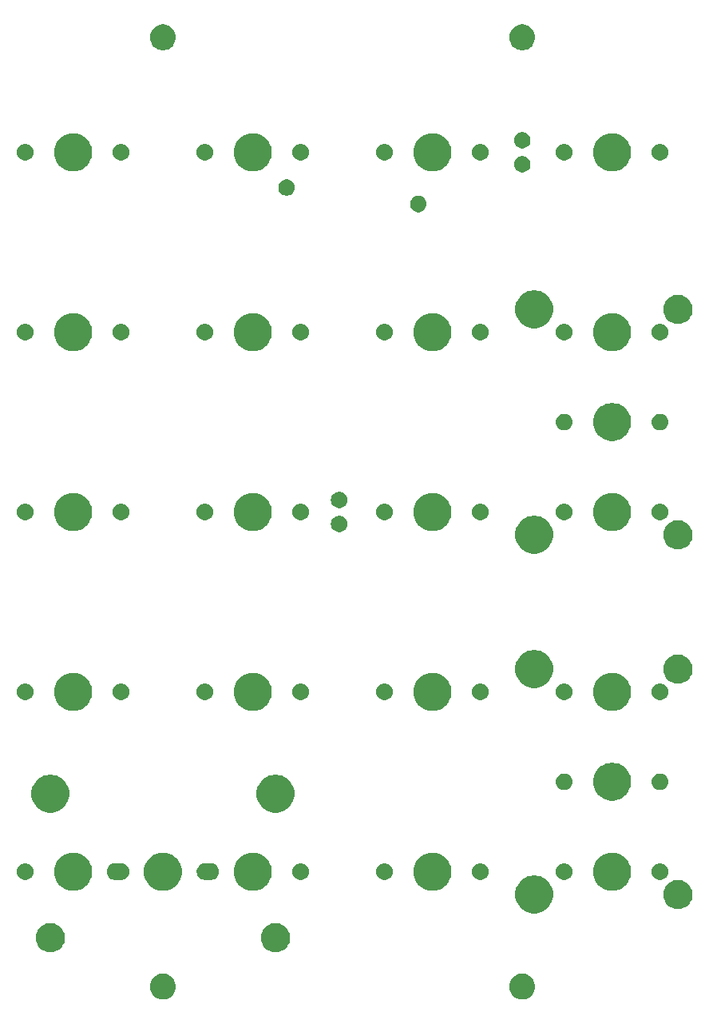
<source format=gbr>
%TF.GenerationSoftware,KiCad,Pcbnew,8.0.2*%
%TF.CreationDate,2025-12-13T15:13:10-08:00*%
%TF.ProjectId,mx-unsaver-numpad,6d782d75-6e73-4617-9665-722d6e756d70,rev?*%
%TF.SameCoordinates,Original*%
%TF.FileFunction,Soldermask,Top*%
%TF.FilePolarity,Negative*%
%FSLAX46Y46*%
G04 Gerber Fmt 4.6, Leading zero omitted, Abs format (unit mm)*
G04 Created by KiCad (PCBNEW 8.0.2) date 2025-12-13 15:13:10*
%MOMM*%
%LPD*%
G01*
G04 APERTURE LIST*
G04 APERTURE END LIST*
G36*
X9863770Y-87037228D02*
G01*
X10079340Y-87111233D01*
X10279788Y-87219710D01*
X10459649Y-87359701D01*
X10614014Y-87527386D01*
X10738674Y-87718193D01*
X10830228Y-87926915D01*
X10886179Y-88147859D01*
X10905000Y-88375000D01*
X10886179Y-88602141D01*
X10830228Y-88823085D01*
X10738674Y-89031807D01*
X10614014Y-89222614D01*
X10459649Y-89390299D01*
X10279788Y-89530290D01*
X10079340Y-89638767D01*
X9863770Y-89712772D01*
X9638959Y-89750287D01*
X9411041Y-89750287D01*
X9186230Y-89712772D01*
X8970660Y-89638767D01*
X8770212Y-89530290D01*
X8590351Y-89390299D01*
X8435986Y-89222614D01*
X8311326Y-89031807D01*
X8219772Y-88823085D01*
X8163821Y-88602141D01*
X8145000Y-88375000D01*
X8163821Y-88147859D01*
X8219772Y-87926915D01*
X8311326Y-87718193D01*
X8435986Y-87527386D01*
X8590351Y-87359701D01*
X8770212Y-87219710D01*
X8970660Y-87111233D01*
X9186230Y-87037228D01*
X9411041Y-86999713D01*
X9638959Y-86999713D01*
X9863770Y-87037228D01*
G37*
G36*
X47963770Y-87037228D02*
G01*
X48179340Y-87111233D01*
X48379788Y-87219710D01*
X48559649Y-87359701D01*
X48714014Y-87527386D01*
X48838674Y-87718193D01*
X48930228Y-87926915D01*
X48986179Y-88147859D01*
X49005000Y-88375000D01*
X48986179Y-88602141D01*
X48930228Y-88823085D01*
X48838674Y-89031807D01*
X48714014Y-89222614D01*
X48559649Y-89390299D01*
X48379788Y-89530290D01*
X48179340Y-89638767D01*
X47963770Y-89712772D01*
X47738959Y-89750287D01*
X47511041Y-89750287D01*
X47286230Y-89712772D01*
X47070660Y-89638767D01*
X46870212Y-89530290D01*
X46690351Y-89390299D01*
X46535986Y-89222614D01*
X46411326Y-89031807D01*
X46319772Y-88823085D01*
X46263821Y-88602141D01*
X46245000Y-88375000D01*
X46263821Y-88147859D01*
X46319772Y-87926915D01*
X46411326Y-87718193D01*
X46535986Y-87527386D01*
X46690351Y-87359701D01*
X46870212Y-87219710D01*
X47070660Y-87111233D01*
X47286230Y-87037228D01*
X47511041Y-86999713D01*
X47738959Y-86999713D01*
X47963770Y-87037228D01*
G37*
G36*
X-2169901Y-81650132D02*
G01*
X-1932788Y-81707058D01*
X-1707499Y-81800376D01*
X-1499582Y-81927788D01*
X-1314156Y-82086156D01*
X-1155788Y-82271582D01*
X-1028376Y-82479499D01*
X-935058Y-82704788D01*
X-878132Y-82941901D01*
X-859000Y-83185000D01*
X-878132Y-83428099D01*
X-935058Y-83665212D01*
X-1028376Y-83890501D01*
X-1155788Y-84098418D01*
X-1314156Y-84283844D01*
X-1499582Y-84442212D01*
X-1707499Y-84569624D01*
X-1932788Y-84662942D01*
X-2169901Y-84719868D01*
X-2413000Y-84739000D01*
X-2656099Y-84719868D01*
X-2893212Y-84662942D01*
X-3118501Y-84569624D01*
X-3326418Y-84442212D01*
X-3511844Y-84283844D01*
X-3670212Y-84098418D01*
X-3797624Y-83890501D01*
X-3890942Y-83665212D01*
X-3947868Y-83428099D01*
X-3967000Y-83185000D01*
X-3947868Y-82941901D01*
X-3890942Y-82704788D01*
X-3797624Y-82479499D01*
X-3670212Y-82271582D01*
X-3511844Y-82086156D01*
X-3326418Y-81927788D01*
X-3118501Y-81800376D01*
X-2893212Y-81707058D01*
X-2656099Y-81650132D01*
X-2413000Y-81631000D01*
X-2169901Y-81650132D01*
G37*
G36*
X21706099Y-81650132D02*
G01*
X21943212Y-81707058D01*
X22168501Y-81800376D01*
X22376418Y-81927788D01*
X22561844Y-82086156D01*
X22720212Y-82271582D01*
X22847624Y-82479499D01*
X22940942Y-82704788D01*
X22997868Y-82941901D01*
X23017000Y-83185000D01*
X22997868Y-83428099D01*
X22940942Y-83665212D01*
X22847624Y-83890501D01*
X22720212Y-84098418D01*
X22561844Y-84283844D01*
X22376418Y-84442212D01*
X22168501Y-84569624D01*
X21943212Y-84662942D01*
X21706099Y-84719868D01*
X21463000Y-84739000D01*
X21219901Y-84719868D01*
X20982788Y-84662942D01*
X20757499Y-84569624D01*
X20549582Y-84442212D01*
X20364156Y-84283844D01*
X20205788Y-84098418D01*
X20078376Y-83890501D01*
X19985058Y-83665212D01*
X19928132Y-83428099D01*
X19909000Y-83185000D01*
X19928132Y-82941901D01*
X19985058Y-82704788D01*
X20078376Y-82479499D01*
X20205788Y-82271582D01*
X20364156Y-82086156D01*
X20549582Y-81927788D01*
X20757499Y-81800376D01*
X20982788Y-81707058D01*
X21219901Y-81650132D01*
X21463000Y-81631000D01*
X21706099Y-81650132D01*
G37*
G36*
X49306775Y-76631432D02*
G01*
X49572763Y-76705958D01*
X49826126Y-76816009D01*
X50062143Y-76959535D01*
X50276419Y-77133861D01*
X50464962Y-77335741D01*
X50624259Y-77561414D01*
X50751344Y-77806676D01*
X50843848Y-78066958D01*
X50900049Y-78337412D01*
X50918900Y-78613000D01*
X50900049Y-78888588D01*
X50843848Y-79159042D01*
X50751344Y-79419324D01*
X50624259Y-79664586D01*
X50464962Y-79890259D01*
X50276419Y-80092139D01*
X50062143Y-80266465D01*
X49826126Y-80409991D01*
X49572763Y-80520042D01*
X49306775Y-80594568D01*
X49033116Y-80632182D01*
X48756884Y-80632182D01*
X48483225Y-80594568D01*
X48217237Y-80520042D01*
X47963874Y-80409991D01*
X47727857Y-80266465D01*
X47513581Y-80092139D01*
X47325038Y-79890259D01*
X47165741Y-79664586D01*
X47038656Y-79419324D01*
X46946152Y-79159042D01*
X46889951Y-78888588D01*
X46871100Y-78613000D01*
X46889951Y-78337412D01*
X46946152Y-78066958D01*
X47038656Y-77806676D01*
X47165741Y-77561414D01*
X47325038Y-77335741D01*
X47513581Y-77133861D01*
X47727857Y-76959535D01*
X47963874Y-76816009D01*
X48217237Y-76705958D01*
X48483225Y-76631432D01*
X48756884Y-76593818D01*
X49033116Y-76593818D01*
X49306775Y-76631432D01*
G37*
G36*
X64378099Y-77078132D02*
G01*
X64615212Y-77135058D01*
X64840501Y-77228376D01*
X65048418Y-77355788D01*
X65233844Y-77514156D01*
X65392212Y-77699582D01*
X65519624Y-77907499D01*
X65612942Y-78132788D01*
X65669868Y-78369901D01*
X65689000Y-78613000D01*
X65669868Y-78856099D01*
X65612942Y-79093212D01*
X65519624Y-79318501D01*
X65392212Y-79526418D01*
X65233844Y-79711844D01*
X65048418Y-79870212D01*
X64840501Y-79997624D01*
X64615212Y-80090942D01*
X64378099Y-80147868D01*
X64135000Y-80167000D01*
X63891901Y-80147868D01*
X63654788Y-80090942D01*
X63429499Y-79997624D01*
X63221582Y-79870212D01*
X63036156Y-79711844D01*
X62877788Y-79526418D01*
X62750376Y-79318501D01*
X62657058Y-79093212D01*
X62600132Y-78856099D01*
X62581000Y-78613000D01*
X62600132Y-78369901D01*
X62657058Y-78132788D01*
X62750376Y-77907499D01*
X62877788Y-77699582D01*
X63036156Y-77514156D01*
X63221582Y-77355788D01*
X63429499Y-77228376D01*
X63654788Y-77135058D01*
X63891901Y-77078132D01*
X64135000Y-77059000D01*
X64378099Y-77078132D01*
G37*
G36*
X411775Y-74218432D02*
G01*
X677763Y-74292958D01*
X931126Y-74403009D01*
X1167143Y-74546535D01*
X1381419Y-74720861D01*
X1569962Y-74922741D01*
X1729259Y-75148414D01*
X1856344Y-75393676D01*
X1948848Y-75653958D01*
X2005049Y-75924412D01*
X2023900Y-76200000D01*
X2005049Y-76475588D01*
X1948848Y-76746042D01*
X1856344Y-77006324D01*
X1729259Y-77251586D01*
X1569962Y-77477259D01*
X1381419Y-77679139D01*
X1167143Y-77853465D01*
X931126Y-77996991D01*
X677763Y-78107042D01*
X411775Y-78181568D01*
X138116Y-78219182D01*
X-138116Y-78219182D01*
X-411775Y-78181568D01*
X-677763Y-78107042D01*
X-931126Y-77996991D01*
X-1167143Y-77853465D01*
X-1381419Y-77679139D01*
X-1569962Y-77477259D01*
X-1729259Y-77251586D01*
X-1856344Y-77006324D01*
X-1948848Y-76746042D01*
X-2005049Y-76475588D01*
X-2023900Y-76200000D01*
X-2005049Y-75924412D01*
X-1948848Y-75653958D01*
X-1856344Y-75393676D01*
X-1729259Y-75148414D01*
X-1569962Y-74922741D01*
X-1381419Y-74720861D01*
X-1167143Y-74546535D01*
X-931126Y-74403009D01*
X-677763Y-74292958D01*
X-411775Y-74218432D01*
X-138116Y-74180818D01*
X138116Y-74180818D01*
X411775Y-74218432D01*
G37*
G36*
X9936775Y-74218432D02*
G01*
X10202763Y-74292958D01*
X10456126Y-74403009D01*
X10692143Y-74546535D01*
X10906419Y-74720861D01*
X11094962Y-74922741D01*
X11254259Y-75148414D01*
X11381344Y-75393676D01*
X11473848Y-75653958D01*
X11530049Y-75924412D01*
X11548900Y-76200000D01*
X11530049Y-76475588D01*
X11473848Y-76746042D01*
X11381344Y-77006324D01*
X11254259Y-77251586D01*
X11094962Y-77477259D01*
X10906419Y-77679139D01*
X10692143Y-77853465D01*
X10456126Y-77996991D01*
X10202763Y-78107042D01*
X9936775Y-78181568D01*
X9663116Y-78219182D01*
X9386884Y-78219182D01*
X9113225Y-78181568D01*
X8847237Y-78107042D01*
X8593874Y-77996991D01*
X8357857Y-77853465D01*
X8143581Y-77679139D01*
X7955038Y-77477259D01*
X7795741Y-77251586D01*
X7668656Y-77006324D01*
X7576152Y-76746042D01*
X7519951Y-76475588D01*
X7501100Y-76200000D01*
X7519951Y-75924412D01*
X7576152Y-75653958D01*
X7668656Y-75393676D01*
X7795741Y-75148414D01*
X7955038Y-74922741D01*
X8143581Y-74720861D01*
X8357857Y-74546535D01*
X8593874Y-74403009D01*
X8847237Y-74292958D01*
X9113225Y-74218432D01*
X9386884Y-74180818D01*
X9663116Y-74180818D01*
X9936775Y-74218432D01*
G37*
G36*
X19461775Y-74218432D02*
G01*
X19727763Y-74292958D01*
X19981126Y-74403009D01*
X20217143Y-74546535D01*
X20431419Y-74720861D01*
X20619962Y-74922741D01*
X20779259Y-75148414D01*
X20906344Y-75393676D01*
X20998848Y-75653958D01*
X21055049Y-75924412D01*
X21073900Y-76200000D01*
X21055049Y-76475588D01*
X20998848Y-76746042D01*
X20906344Y-77006324D01*
X20779259Y-77251586D01*
X20619962Y-77477259D01*
X20431419Y-77679139D01*
X20217143Y-77853465D01*
X19981126Y-77996991D01*
X19727763Y-78107042D01*
X19461775Y-78181568D01*
X19188116Y-78219182D01*
X18911884Y-78219182D01*
X18638225Y-78181568D01*
X18372237Y-78107042D01*
X18118874Y-77996991D01*
X17882857Y-77853465D01*
X17668581Y-77679139D01*
X17480038Y-77477259D01*
X17320741Y-77251586D01*
X17193656Y-77006324D01*
X17101152Y-76746042D01*
X17044951Y-76475588D01*
X17026100Y-76200000D01*
X17044951Y-75924412D01*
X17101152Y-75653958D01*
X17193656Y-75393676D01*
X17320741Y-75148414D01*
X17480038Y-74922741D01*
X17668581Y-74720861D01*
X17882857Y-74546535D01*
X18118874Y-74403009D01*
X18372237Y-74292958D01*
X18638225Y-74218432D01*
X18911884Y-74180818D01*
X19188116Y-74180818D01*
X19461775Y-74218432D01*
G37*
G36*
X38511775Y-74218432D02*
G01*
X38777763Y-74292958D01*
X39031126Y-74403009D01*
X39267143Y-74546535D01*
X39481419Y-74720861D01*
X39669962Y-74922741D01*
X39829259Y-75148414D01*
X39956344Y-75393676D01*
X40048848Y-75653958D01*
X40105049Y-75924412D01*
X40123900Y-76200000D01*
X40105049Y-76475588D01*
X40048848Y-76746042D01*
X39956344Y-77006324D01*
X39829259Y-77251586D01*
X39669962Y-77477259D01*
X39481419Y-77679139D01*
X39267143Y-77853465D01*
X39031126Y-77996991D01*
X38777763Y-78107042D01*
X38511775Y-78181568D01*
X38238116Y-78219182D01*
X37961884Y-78219182D01*
X37688225Y-78181568D01*
X37422237Y-78107042D01*
X37168874Y-77996991D01*
X36932857Y-77853465D01*
X36718581Y-77679139D01*
X36530038Y-77477259D01*
X36370741Y-77251586D01*
X36243656Y-77006324D01*
X36151152Y-76746042D01*
X36094951Y-76475588D01*
X36076100Y-76200000D01*
X36094951Y-75924412D01*
X36151152Y-75653958D01*
X36243656Y-75393676D01*
X36370741Y-75148414D01*
X36530038Y-74922741D01*
X36718581Y-74720861D01*
X36932857Y-74546535D01*
X37168874Y-74403009D01*
X37422237Y-74292958D01*
X37688225Y-74218432D01*
X37961884Y-74180818D01*
X38238116Y-74180818D01*
X38511775Y-74218432D01*
G37*
G36*
X57561775Y-74218432D02*
G01*
X57827763Y-74292958D01*
X58081126Y-74403009D01*
X58317143Y-74546535D01*
X58531419Y-74720861D01*
X58719962Y-74922741D01*
X58879259Y-75148414D01*
X59006344Y-75393676D01*
X59098848Y-75653958D01*
X59155049Y-75924412D01*
X59173900Y-76200000D01*
X59155049Y-76475588D01*
X59098848Y-76746042D01*
X59006344Y-77006324D01*
X58879259Y-77251586D01*
X58719962Y-77477259D01*
X58531419Y-77679139D01*
X58317143Y-77853465D01*
X58081126Y-77996991D01*
X57827763Y-78107042D01*
X57561775Y-78181568D01*
X57288116Y-78219182D01*
X57011884Y-78219182D01*
X56738225Y-78181568D01*
X56472237Y-78107042D01*
X56218874Y-77996991D01*
X55982857Y-77853465D01*
X55768581Y-77679139D01*
X55580038Y-77477259D01*
X55420741Y-77251586D01*
X55293656Y-77006324D01*
X55201152Y-76746042D01*
X55144951Y-76475588D01*
X55126100Y-76200000D01*
X55144951Y-75924412D01*
X55201152Y-75653958D01*
X55293656Y-75393676D01*
X55420741Y-75148414D01*
X55580038Y-74922741D01*
X55768581Y-74720861D01*
X55982857Y-74546535D01*
X56218874Y-74403009D01*
X56472237Y-74292958D01*
X56738225Y-74218432D01*
X57011884Y-74180818D01*
X57288116Y-74180818D01*
X57561775Y-74218432D01*
G37*
G36*
X5166343Y-75323342D02*
G01*
X5335712Y-75357031D01*
X5495253Y-75423116D01*
X5638837Y-75519055D01*
X5760945Y-75641163D01*
X5856884Y-75784747D01*
X5922969Y-75944288D01*
X5956658Y-76113657D01*
X5956658Y-76286343D01*
X5922969Y-76455712D01*
X5856884Y-76615253D01*
X5760945Y-76758837D01*
X5638837Y-76880945D01*
X5495253Y-76976884D01*
X5335712Y-77042969D01*
X5166343Y-77076658D01*
X4445000Y-77080900D01*
X4358657Y-77076658D01*
X4189288Y-77042969D01*
X4029747Y-76976884D01*
X3886163Y-76880945D01*
X3764055Y-76758837D01*
X3668116Y-76615253D01*
X3602031Y-76455712D01*
X3568342Y-76286343D01*
X3568342Y-76113657D01*
X3602031Y-75944288D01*
X3668116Y-75784747D01*
X3764055Y-75641163D01*
X3886163Y-75519055D01*
X4029747Y-75423116D01*
X4189288Y-75357031D01*
X4358657Y-75323342D01*
X5080000Y-75319100D01*
X5166343Y-75323342D01*
G37*
G36*
X14691343Y-75323342D02*
G01*
X14860712Y-75357031D01*
X15020253Y-75423116D01*
X15163837Y-75519055D01*
X15285945Y-75641163D01*
X15381884Y-75784747D01*
X15447969Y-75944288D01*
X15481658Y-76113657D01*
X15481658Y-76286343D01*
X15447969Y-76455712D01*
X15381884Y-76615253D01*
X15285945Y-76758837D01*
X15163837Y-76880945D01*
X15020253Y-76976884D01*
X14860712Y-77042969D01*
X14691343Y-77076658D01*
X13970000Y-77080900D01*
X13883657Y-77076658D01*
X13714288Y-77042969D01*
X13554747Y-76976884D01*
X13411163Y-76880945D01*
X13289055Y-76758837D01*
X13193116Y-76615253D01*
X13127031Y-76455712D01*
X13093342Y-76286343D01*
X13093342Y-76113657D01*
X13127031Y-75944288D01*
X13193116Y-75784747D01*
X13289055Y-75641163D01*
X13411163Y-75519055D01*
X13554747Y-75423116D01*
X13714288Y-75357031D01*
X13883657Y-75323342D01*
X14605000Y-75319100D01*
X14691343Y-75323342D01*
G37*
G36*
X-4807787Y-75362214D02*
G01*
X-4639550Y-75437118D01*
X-4490563Y-75545364D01*
X-4367337Y-75682220D01*
X-4275258Y-75841706D01*
X-4218350Y-76016851D01*
X-4199100Y-76200000D01*
X-4218350Y-76383149D01*
X-4275258Y-76558294D01*
X-4367337Y-76717780D01*
X-4490563Y-76854636D01*
X-4639550Y-76962882D01*
X-4807787Y-77037786D01*
X-4987921Y-77076074D01*
X-5172079Y-77076074D01*
X-5352213Y-77037786D01*
X-5520450Y-76962882D01*
X-5669437Y-76854636D01*
X-5792663Y-76717780D01*
X-5884742Y-76558294D01*
X-5941650Y-76383149D01*
X-5960900Y-76200000D01*
X-5941650Y-76016851D01*
X-5884742Y-75841706D01*
X-5792663Y-75682220D01*
X-5669437Y-75545364D01*
X-5520450Y-75437118D01*
X-5352213Y-75362214D01*
X-5172079Y-75323926D01*
X-4987921Y-75323926D01*
X-4807787Y-75362214D01*
G37*
G36*
X24402213Y-75362214D02*
G01*
X24570450Y-75437118D01*
X24719437Y-75545364D01*
X24842663Y-75682220D01*
X24934742Y-75841706D01*
X24991650Y-76016851D01*
X25010900Y-76200000D01*
X24991650Y-76383149D01*
X24934742Y-76558294D01*
X24842663Y-76717780D01*
X24719437Y-76854636D01*
X24570450Y-76962882D01*
X24402213Y-77037786D01*
X24222079Y-77076074D01*
X24037921Y-77076074D01*
X23857787Y-77037786D01*
X23689550Y-76962882D01*
X23540563Y-76854636D01*
X23417337Y-76717780D01*
X23325258Y-76558294D01*
X23268350Y-76383149D01*
X23249100Y-76200000D01*
X23268350Y-76016851D01*
X23325258Y-75841706D01*
X23417337Y-75682220D01*
X23540563Y-75545364D01*
X23689550Y-75437118D01*
X23857787Y-75362214D01*
X24037921Y-75323926D01*
X24222079Y-75323926D01*
X24402213Y-75362214D01*
G37*
G36*
X33292213Y-75362214D02*
G01*
X33460450Y-75437118D01*
X33609437Y-75545364D01*
X33732663Y-75682220D01*
X33824742Y-75841706D01*
X33881650Y-76016851D01*
X33900900Y-76200000D01*
X33881650Y-76383149D01*
X33824742Y-76558294D01*
X33732663Y-76717780D01*
X33609437Y-76854636D01*
X33460450Y-76962882D01*
X33292213Y-77037786D01*
X33112079Y-77076074D01*
X32927921Y-77076074D01*
X32747787Y-77037786D01*
X32579550Y-76962882D01*
X32430563Y-76854636D01*
X32307337Y-76717780D01*
X32215258Y-76558294D01*
X32158350Y-76383149D01*
X32139100Y-76200000D01*
X32158350Y-76016851D01*
X32215258Y-75841706D01*
X32307337Y-75682220D01*
X32430563Y-75545364D01*
X32579550Y-75437118D01*
X32747787Y-75362214D01*
X32927921Y-75323926D01*
X33112079Y-75323926D01*
X33292213Y-75362214D01*
G37*
G36*
X43452213Y-75362214D02*
G01*
X43620450Y-75437118D01*
X43769437Y-75545364D01*
X43892663Y-75682220D01*
X43984742Y-75841706D01*
X44041650Y-76016851D01*
X44060900Y-76200000D01*
X44041650Y-76383149D01*
X43984742Y-76558294D01*
X43892663Y-76717780D01*
X43769437Y-76854636D01*
X43620450Y-76962882D01*
X43452213Y-77037786D01*
X43272079Y-77076074D01*
X43087921Y-77076074D01*
X42907787Y-77037786D01*
X42739550Y-76962882D01*
X42590563Y-76854636D01*
X42467337Y-76717780D01*
X42375258Y-76558294D01*
X42318350Y-76383149D01*
X42299100Y-76200000D01*
X42318350Y-76016851D01*
X42375258Y-75841706D01*
X42467337Y-75682220D01*
X42590563Y-75545364D01*
X42739550Y-75437118D01*
X42907787Y-75362214D01*
X43087921Y-75323926D01*
X43272079Y-75323926D01*
X43452213Y-75362214D01*
G37*
G36*
X52342213Y-75362214D02*
G01*
X52510450Y-75437118D01*
X52659437Y-75545364D01*
X52782663Y-75682220D01*
X52874742Y-75841706D01*
X52931650Y-76016851D01*
X52950900Y-76200000D01*
X52931650Y-76383149D01*
X52874742Y-76558294D01*
X52782663Y-76717780D01*
X52659437Y-76854636D01*
X52510450Y-76962882D01*
X52342213Y-77037786D01*
X52162079Y-77076074D01*
X51977921Y-77076074D01*
X51797787Y-77037786D01*
X51629550Y-76962882D01*
X51480563Y-76854636D01*
X51357337Y-76717780D01*
X51265258Y-76558294D01*
X51208350Y-76383149D01*
X51189100Y-76200000D01*
X51208350Y-76016851D01*
X51265258Y-75841706D01*
X51357337Y-75682220D01*
X51480563Y-75545364D01*
X51629550Y-75437118D01*
X51797787Y-75362214D01*
X51977921Y-75323926D01*
X52162079Y-75323926D01*
X52342213Y-75362214D01*
G37*
G36*
X62502213Y-75362214D02*
G01*
X62670450Y-75437118D01*
X62819437Y-75545364D01*
X62942663Y-75682220D01*
X63034742Y-75841706D01*
X63091650Y-76016851D01*
X63110900Y-76200000D01*
X63091650Y-76383149D01*
X63034742Y-76558294D01*
X62942663Y-76717780D01*
X62819437Y-76854636D01*
X62670450Y-76962882D01*
X62502213Y-77037786D01*
X62322079Y-77076074D01*
X62137921Y-77076074D01*
X61957787Y-77037786D01*
X61789550Y-76962882D01*
X61640563Y-76854636D01*
X61517337Y-76717780D01*
X61425258Y-76558294D01*
X61368350Y-76383149D01*
X61349100Y-76200000D01*
X61368350Y-76016851D01*
X61425258Y-75841706D01*
X61517337Y-75682220D01*
X61640563Y-75545364D01*
X61789550Y-75437118D01*
X61957787Y-75362214D01*
X62137921Y-75323926D01*
X62322079Y-75323926D01*
X62502213Y-75362214D01*
G37*
G36*
X-2001225Y-65963432D02*
G01*
X-1735237Y-66037958D01*
X-1481874Y-66148009D01*
X-1245857Y-66291535D01*
X-1031581Y-66465861D01*
X-843038Y-66667741D01*
X-683741Y-66893414D01*
X-556656Y-67138676D01*
X-464152Y-67398958D01*
X-407951Y-67669412D01*
X-389100Y-67945000D01*
X-407951Y-68220588D01*
X-464152Y-68491042D01*
X-556656Y-68751324D01*
X-683741Y-68996586D01*
X-843038Y-69222259D01*
X-1031581Y-69424139D01*
X-1245857Y-69598465D01*
X-1481874Y-69741991D01*
X-1735237Y-69852042D01*
X-2001225Y-69926568D01*
X-2274884Y-69964182D01*
X-2551116Y-69964182D01*
X-2824775Y-69926568D01*
X-3090763Y-69852042D01*
X-3344126Y-69741991D01*
X-3580143Y-69598465D01*
X-3794419Y-69424139D01*
X-3982962Y-69222259D01*
X-4142259Y-68996586D01*
X-4269344Y-68751324D01*
X-4361848Y-68491042D01*
X-4418049Y-68220588D01*
X-4436900Y-67945000D01*
X-4418049Y-67669412D01*
X-4361848Y-67398958D01*
X-4269344Y-67138676D01*
X-4142259Y-66893414D01*
X-3982962Y-66667741D01*
X-3794419Y-66465861D01*
X-3580143Y-66291535D01*
X-3344126Y-66148009D01*
X-3090763Y-66037958D01*
X-2824775Y-65963432D01*
X-2551116Y-65925818D01*
X-2274884Y-65925818D01*
X-2001225Y-65963432D01*
G37*
G36*
X21874775Y-65963432D02*
G01*
X22140763Y-66037958D01*
X22394126Y-66148009D01*
X22630143Y-66291535D01*
X22844419Y-66465861D01*
X23032962Y-66667741D01*
X23192259Y-66893414D01*
X23319344Y-67138676D01*
X23411848Y-67398958D01*
X23468049Y-67669412D01*
X23486900Y-67945000D01*
X23468049Y-68220588D01*
X23411848Y-68491042D01*
X23319344Y-68751324D01*
X23192259Y-68996586D01*
X23032962Y-69222259D01*
X22844419Y-69424139D01*
X22630143Y-69598465D01*
X22394126Y-69741991D01*
X22140763Y-69852042D01*
X21874775Y-69926568D01*
X21601116Y-69964182D01*
X21324884Y-69964182D01*
X21051225Y-69926568D01*
X20785237Y-69852042D01*
X20531874Y-69741991D01*
X20295857Y-69598465D01*
X20081581Y-69424139D01*
X19893038Y-69222259D01*
X19733741Y-68996586D01*
X19606656Y-68751324D01*
X19514152Y-68491042D01*
X19457951Y-68220588D01*
X19439100Y-67945000D01*
X19457951Y-67669412D01*
X19514152Y-67398958D01*
X19606656Y-67138676D01*
X19733741Y-66893414D01*
X19893038Y-66667741D01*
X20081581Y-66465861D01*
X20295857Y-66291535D01*
X20531874Y-66148009D01*
X20785237Y-66037958D01*
X21051225Y-65963432D01*
X21324884Y-65925818D01*
X21601116Y-65925818D01*
X21874775Y-65963432D01*
G37*
G36*
X57561775Y-64693432D02*
G01*
X57827763Y-64767958D01*
X58081126Y-64878009D01*
X58317143Y-65021535D01*
X58531419Y-65195861D01*
X58719962Y-65397741D01*
X58879259Y-65623414D01*
X59006344Y-65868676D01*
X59098848Y-66128958D01*
X59155049Y-66399412D01*
X59173900Y-66675000D01*
X59155049Y-66950588D01*
X59098848Y-67221042D01*
X59006344Y-67481324D01*
X58879259Y-67726586D01*
X58719962Y-67952259D01*
X58531419Y-68154139D01*
X58317143Y-68328465D01*
X58081126Y-68471991D01*
X57827763Y-68582042D01*
X57561775Y-68656568D01*
X57288116Y-68694182D01*
X57011884Y-68694182D01*
X56738225Y-68656568D01*
X56472237Y-68582042D01*
X56218874Y-68471991D01*
X55982857Y-68328465D01*
X55768581Y-68154139D01*
X55580038Y-67952259D01*
X55420741Y-67726586D01*
X55293656Y-67481324D01*
X55201152Y-67221042D01*
X55144951Y-66950588D01*
X55126100Y-66675000D01*
X55144951Y-66399412D01*
X55201152Y-66128958D01*
X55293656Y-65868676D01*
X55420741Y-65623414D01*
X55580038Y-65397741D01*
X55768581Y-65195861D01*
X55982857Y-65021535D01*
X56218874Y-64878009D01*
X56472237Y-64767958D01*
X56738225Y-64693432D01*
X57011884Y-64655818D01*
X57288116Y-64655818D01*
X57561775Y-64693432D01*
G37*
G36*
X52342213Y-65837214D02*
G01*
X52510450Y-65912118D01*
X52659437Y-66020364D01*
X52782663Y-66157220D01*
X52874742Y-66316706D01*
X52931650Y-66491851D01*
X52950900Y-66675000D01*
X52931650Y-66858149D01*
X52874742Y-67033294D01*
X52782663Y-67192780D01*
X52659437Y-67329636D01*
X52510450Y-67437882D01*
X52342213Y-67512786D01*
X52162079Y-67551074D01*
X51977921Y-67551074D01*
X51797787Y-67512786D01*
X51629550Y-67437882D01*
X51480563Y-67329636D01*
X51357337Y-67192780D01*
X51265258Y-67033294D01*
X51208350Y-66858149D01*
X51189100Y-66675000D01*
X51208350Y-66491851D01*
X51265258Y-66316706D01*
X51357337Y-66157220D01*
X51480563Y-66020364D01*
X51629550Y-65912118D01*
X51797787Y-65837214D01*
X51977921Y-65798926D01*
X52162079Y-65798926D01*
X52342213Y-65837214D01*
G37*
G36*
X62502213Y-65837214D02*
G01*
X62670450Y-65912118D01*
X62819437Y-66020364D01*
X62942663Y-66157220D01*
X63034742Y-66316706D01*
X63091650Y-66491851D01*
X63110900Y-66675000D01*
X63091650Y-66858149D01*
X63034742Y-67033294D01*
X62942663Y-67192780D01*
X62819437Y-67329636D01*
X62670450Y-67437882D01*
X62502213Y-67512786D01*
X62322079Y-67551074D01*
X62137921Y-67551074D01*
X61957787Y-67512786D01*
X61789550Y-67437882D01*
X61640563Y-67329636D01*
X61517337Y-67192780D01*
X61425258Y-67033294D01*
X61368350Y-66858149D01*
X61349100Y-66675000D01*
X61368350Y-66491851D01*
X61425258Y-66316706D01*
X61517337Y-66157220D01*
X61640563Y-66020364D01*
X61789550Y-65912118D01*
X61957787Y-65837214D01*
X62137921Y-65798926D01*
X62322079Y-65798926D01*
X62502213Y-65837214D01*
G37*
G36*
X411775Y-55168432D02*
G01*
X677763Y-55242958D01*
X931126Y-55353009D01*
X1167143Y-55496535D01*
X1381419Y-55670861D01*
X1569962Y-55872741D01*
X1729259Y-56098414D01*
X1856344Y-56343676D01*
X1948848Y-56603958D01*
X2005049Y-56874412D01*
X2023900Y-57150000D01*
X2005049Y-57425588D01*
X1948848Y-57696042D01*
X1856344Y-57956324D01*
X1729259Y-58201586D01*
X1569962Y-58427259D01*
X1381419Y-58629139D01*
X1167143Y-58803465D01*
X931126Y-58946991D01*
X677763Y-59057042D01*
X411775Y-59131568D01*
X138116Y-59169182D01*
X-138116Y-59169182D01*
X-411775Y-59131568D01*
X-677763Y-59057042D01*
X-931126Y-58946991D01*
X-1167143Y-58803465D01*
X-1381419Y-58629139D01*
X-1569962Y-58427259D01*
X-1729259Y-58201586D01*
X-1856344Y-57956324D01*
X-1948848Y-57696042D01*
X-2005049Y-57425588D01*
X-2023900Y-57150000D01*
X-2005049Y-56874412D01*
X-1948848Y-56603958D01*
X-1856344Y-56343676D01*
X-1729259Y-56098414D01*
X-1569962Y-55872741D01*
X-1381419Y-55670861D01*
X-1167143Y-55496535D01*
X-931126Y-55353009D01*
X-677763Y-55242958D01*
X-411775Y-55168432D01*
X-138116Y-55130818D01*
X138116Y-55130818D01*
X411775Y-55168432D01*
G37*
G36*
X19461775Y-55168432D02*
G01*
X19727763Y-55242958D01*
X19981126Y-55353009D01*
X20217143Y-55496535D01*
X20431419Y-55670861D01*
X20619962Y-55872741D01*
X20779259Y-56098414D01*
X20906344Y-56343676D01*
X20998848Y-56603958D01*
X21055049Y-56874412D01*
X21073900Y-57150000D01*
X21055049Y-57425588D01*
X20998848Y-57696042D01*
X20906344Y-57956324D01*
X20779259Y-58201586D01*
X20619962Y-58427259D01*
X20431419Y-58629139D01*
X20217143Y-58803465D01*
X19981126Y-58946991D01*
X19727763Y-59057042D01*
X19461775Y-59131568D01*
X19188116Y-59169182D01*
X18911884Y-59169182D01*
X18638225Y-59131568D01*
X18372237Y-59057042D01*
X18118874Y-58946991D01*
X17882857Y-58803465D01*
X17668581Y-58629139D01*
X17480038Y-58427259D01*
X17320741Y-58201586D01*
X17193656Y-57956324D01*
X17101152Y-57696042D01*
X17044951Y-57425588D01*
X17026100Y-57150000D01*
X17044951Y-56874412D01*
X17101152Y-56603958D01*
X17193656Y-56343676D01*
X17320741Y-56098414D01*
X17480038Y-55872741D01*
X17668581Y-55670861D01*
X17882857Y-55496535D01*
X18118874Y-55353009D01*
X18372237Y-55242958D01*
X18638225Y-55168432D01*
X18911884Y-55130818D01*
X19188116Y-55130818D01*
X19461775Y-55168432D01*
G37*
G36*
X38511775Y-55168432D02*
G01*
X38777763Y-55242958D01*
X39031126Y-55353009D01*
X39267143Y-55496535D01*
X39481419Y-55670861D01*
X39669962Y-55872741D01*
X39829259Y-56098414D01*
X39956344Y-56343676D01*
X40048848Y-56603958D01*
X40105049Y-56874412D01*
X40123900Y-57150000D01*
X40105049Y-57425588D01*
X40048848Y-57696042D01*
X39956344Y-57956324D01*
X39829259Y-58201586D01*
X39669962Y-58427259D01*
X39481419Y-58629139D01*
X39267143Y-58803465D01*
X39031126Y-58946991D01*
X38777763Y-59057042D01*
X38511775Y-59131568D01*
X38238116Y-59169182D01*
X37961884Y-59169182D01*
X37688225Y-59131568D01*
X37422237Y-59057042D01*
X37168874Y-58946991D01*
X36932857Y-58803465D01*
X36718581Y-58629139D01*
X36530038Y-58427259D01*
X36370741Y-58201586D01*
X36243656Y-57956324D01*
X36151152Y-57696042D01*
X36094951Y-57425588D01*
X36076100Y-57150000D01*
X36094951Y-56874412D01*
X36151152Y-56603958D01*
X36243656Y-56343676D01*
X36370741Y-56098414D01*
X36530038Y-55872741D01*
X36718581Y-55670861D01*
X36932857Y-55496535D01*
X37168874Y-55353009D01*
X37422237Y-55242958D01*
X37688225Y-55168432D01*
X37961884Y-55130818D01*
X38238116Y-55130818D01*
X38511775Y-55168432D01*
G37*
G36*
X57561775Y-55168432D02*
G01*
X57827763Y-55242958D01*
X58081126Y-55353009D01*
X58317143Y-55496535D01*
X58531419Y-55670861D01*
X58719962Y-55872741D01*
X58879259Y-56098414D01*
X59006344Y-56343676D01*
X59098848Y-56603958D01*
X59155049Y-56874412D01*
X59173900Y-57150000D01*
X59155049Y-57425588D01*
X59098848Y-57696042D01*
X59006344Y-57956324D01*
X58879259Y-58201586D01*
X58719962Y-58427259D01*
X58531419Y-58629139D01*
X58317143Y-58803465D01*
X58081126Y-58946991D01*
X57827763Y-59057042D01*
X57561775Y-59131568D01*
X57288116Y-59169182D01*
X57011884Y-59169182D01*
X56738225Y-59131568D01*
X56472237Y-59057042D01*
X56218874Y-58946991D01*
X55982857Y-58803465D01*
X55768581Y-58629139D01*
X55580038Y-58427259D01*
X55420741Y-58201586D01*
X55293656Y-57956324D01*
X55201152Y-57696042D01*
X55144951Y-57425588D01*
X55126100Y-57150000D01*
X55144951Y-56874412D01*
X55201152Y-56603958D01*
X55293656Y-56343676D01*
X55420741Y-56098414D01*
X55580038Y-55872741D01*
X55768581Y-55670861D01*
X55982857Y-55496535D01*
X56218874Y-55353009D01*
X56472237Y-55242958D01*
X56738225Y-55168432D01*
X57011884Y-55130818D01*
X57288116Y-55130818D01*
X57561775Y-55168432D01*
G37*
G36*
X-4807787Y-56312214D02*
G01*
X-4639550Y-56387118D01*
X-4490563Y-56495364D01*
X-4367337Y-56632220D01*
X-4275258Y-56791706D01*
X-4218350Y-56966851D01*
X-4199100Y-57150000D01*
X-4218350Y-57333149D01*
X-4275258Y-57508294D01*
X-4367337Y-57667780D01*
X-4490563Y-57804636D01*
X-4639550Y-57912882D01*
X-4807787Y-57987786D01*
X-4987921Y-58026074D01*
X-5172079Y-58026074D01*
X-5352213Y-57987786D01*
X-5520450Y-57912882D01*
X-5669437Y-57804636D01*
X-5792663Y-57667780D01*
X-5884742Y-57508294D01*
X-5941650Y-57333149D01*
X-5960900Y-57150000D01*
X-5941650Y-56966851D01*
X-5884742Y-56791706D01*
X-5792663Y-56632220D01*
X-5669437Y-56495364D01*
X-5520450Y-56387118D01*
X-5352213Y-56312214D01*
X-5172079Y-56273926D01*
X-4987921Y-56273926D01*
X-4807787Y-56312214D01*
G37*
G36*
X5352213Y-56312214D02*
G01*
X5520450Y-56387118D01*
X5669437Y-56495364D01*
X5792663Y-56632220D01*
X5884742Y-56791706D01*
X5941650Y-56966851D01*
X5960900Y-57150000D01*
X5941650Y-57333149D01*
X5884742Y-57508294D01*
X5792663Y-57667780D01*
X5669437Y-57804636D01*
X5520450Y-57912882D01*
X5352213Y-57987786D01*
X5172079Y-58026074D01*
X4987921Y-58026074D01*
X4807787Y-57987786D01*
X4639550Y-57912882D01*
X4490563Y-57804636D01*
X4367337Y-57667780D01*
X4275258Y-57508294D01*
X4218350Y-57333149D01*
X4199100Y-57150000D01*
X4218350Y-56966851D01*
X4275258Y-56791706D01*
X4367337Y-56632220D01*
X4490563Y-56495364D01*
X4639550Y-56387118D01*
X4807787Y-56312214D01*
X4987921Y-56273926D01*
X5172079Y-56273926D01*
X5352213Y-56312214D01*
G37*
G36*
X14242213Y-56312214D02*
G01*
X14410450Y-56387118D01*
X14559437Y-56495364D01*
X14682663Y-56632220D01*
X14774742Y-56791706D01*
X14831650Y-56966851D01*
X14850900Y-57150000D01*
X14831650Y-57333149D01*
X14774742Y-57508294D01*
X14682663Y-57667780D01*
X14559437Y-57804636D01*
X14410450Y-57912882D01*
X14242213Y-57987786D01*
X14062079Y-58026074D01*
X13877921Y-58026074D01*
X13697787Y-57987786D01*
X13529550Y-57912882D01*
X13380563Y-57804636D01*
X13257337Y-57667780D01*
X13165258Y-57508294D01*
X13108350Y-57333149D01*
X13089100Y-57150000D01*
X13108350Y-56966851D01*
X13165258Y-56791706D01*
X13257337Y-56632220D01*
X13380563Y-56495364D01*
X13529550Y-56387118D01*
X13697787Y-56312214D01*
X13877921Y-56273926D01*
X14062079Y-56273926D01*
X14242213Y-56312214D01*
G37*
G36*
X24402213Y-56312214D02*
G01*
X24570450Y-56387118D01*
X24719437Y-56495364D01*
X24842663Y-56632220D01*
X24934742Y-56791706D01*
X24991650Y-56966851D01*
X25010900Y-57150000D01*
X24991650Y-57333149D01*
X24934742Y-57508294D01*
X24842663Y-57667780D01*
X24719437Y-57804636D01*
X24570450Y-57912882D01*
X24402213Y-57987786D01*
X24222079Y-58026074D01*
X24037921Y-58026074D01*
X23857787Y-57987786D01*
X23689550Y-57912882D01*
X23540563Y-57804636D01*
X23417337Y-57667780D01*
X23325258Y-57508294D01*
X23268350Y-57333149D01*
X23249100Y-57150000D01*
X23268350Y-56966851D01*
X23325258Y-56791706D01*
X23417337Y-56632220D01*
X23540563Y-56495364D01*
X23689550Y-56387118D01*
X23857787Y-56312214D01*
X24037921Y-56273926D01*
X24222079Y-56273926D01*
X24402213Y-56312214D01*
G37*
G36*
X33292213Y-56312214D02*
G01*
X33460450Y-56387118D01*
X33609437Y-56495364D01*
X33732663Y-56632220D01*
X33824742Y-56791706D01*
X33881650Y-56966851D01*
X33900900Y-57150000D01*
X33881650Y-57333149D01*
X33824742Y-57508294D01*
X33732663Y-57667780D01*
X33609437Y-57804636D01*
X33460450Y-57912882D01*
X33292213Y-57987786D01*
X33112079Y-58026074D01*
X32927921Y-58026074D01*
X32747787Y-57987786D01*
X32579550Y-57912882D01*
X32430563Y-57804636D01*
X32307337Y-57667780D01*
X32215258Y-57508294D01*
X32158350Y-57333149D01*
X32139100Y-57150000D01*
X32158350Y-56966851D01*
X32215258Y-56791706D01*
X32307337Y-56632220D01*
X32430563Y-56495364D01*
X32579550Y-56387118D01*
X32747787Y-56312214D01*
X32927921Y-56273926D01*
X33112079Y-56273926D01*
X33292213Y-56312214D01*
G37*
G36*
X43452213Y-56312214D02*
G01*
X43620450Y-56387118D01*
X43769437Y-56495364D01*
X43892663Y-56632220D01*
X43984742Y-56791706D01*
X44041650Y-56966851D01*
X44060900Y-57150000D01*
X44041650Y-57333149D01*
X43984742Y-57508294D01*
X43892663Y-57667780D01*
X43769437Y-57804636D01*
X43620450Y-57912882D01*
X43452213Y-57987786D01*
X43272079Y-58026074D01*
X43087921Y-58026074D01*
X42907787Y-57987786D01*
X42739550Y-57912882D01*
X42590563Y-57804636D01*
X42467337Y-57667780D01*
X42375258Y-57508294D01*
X42318350Y-57333149D01*
X42299100Y-57150000D01*
X42318350Y-56966851D01*
X42375258Y-56791706D01*
X42467337Y-56632220D01*
X42590563Y-56495364D01*
X42739550Y-56387118D01*
X42907787Y-56312214D01*
X43087921Y-56273926D01*
X43272079Y-56273926D01*
X43452213Y-56312214D01*
G37*
G36*
X52342213Y-56312214D02*
G01*
X52510450Y-56387118D01*
X52659437Y-56495364D01*
X52782663Y-56632220D01*
X52874742Y-56791706D01*
X52931650Y-56966851D01*
X52950900Y-57150000D01*
X52931650Y-57333149D01*
X52874742Y-57508294D01*
X52782663Y-57667780D01*
X52659437Y-57804636D01*
X52510450Y-57912882D01*
X52342213Y-57987786D01*
X52162079Y-58026074D01*
X51977921Y-58026074D01*
X51797787Y-57987786D01*
X51629550Y-57912882D01*
X51480563Y-57804636D01*
X51357337Y-57667780D01*
X51265258Y-57508294D01*
X51208350Y-57333149D01*
X51189100Y-57150000D01*
X51208350Y-56966851D01*
X51265258Y-56791706D01*
X51357337Y-56632220D01*
X51480563Y-56495364D01*
X51629550Y-56387118D01*
X51797787Y-56312214D01*
X51977921Y-56273926D01*
X52162079Y-56273926D01*
X52342213Y-56312214D01*
G37*
G36*
X62502213Y-56312214D02*
G01*
X62670450Y-56387118D01*
X62819437Y-56495364D01*
X62942663Y-56632220D01*
X63034742Y-56791706D01*
X63091650Y-56966851D01*
X63110900Y-57150000D01*
X63091650Y-57333149D01*
X63034742Y-57508294D01*
X62942663Y-57667780D01*
X62819437Y-57804636D01*
X62670450Y-57912882D01*
X62502213Y-57987786D01*
X62322079Y-58026074D01*
X62137921Y-58026074D01*
X61957787Y-57987786D01*
X61789550Y-57912882D01*
X61640563Y-57804636D01*
X61517337Y-57667780D01*
X61425258Y-57508294D01*
X61368350Y-57333149D01*
X61349100Y-57150000D01*
X61368350Y-56966851D01*
X61425258Y-56791706D01*
X61517337Y-56632220D01*
X61640563Y-56495364D01*
X61789550Y-56387118D01*
X61957787Y-56312214D01*
X62137921Y-56273926D01*
X62322079Y-56273926D01*
X62502213Y-56312214D01*
G37*
G36*
X49306775Y-52755432D02*
G01*
X49572763Y-52829958D01*
X49826126Y-52940009D01*
X50062143Y-53083535D01*
X50276419Y-53257861D01*
X50464962Y-53459741D01*
X50624259Y-53685414D01*
X50751344Y-53930676D01*
X50843848Y-54190958D01*
X50900049Y-54461412D01*
X50918900Y-54737000D01*
X50900049Y-55012588D01*
X50843848Y-55283042D01*
X50751344Y-55543324D01*
X50624259Y-55788586D01*
X50464962Y-56014259D01*
X50276419Y-56216139D01*
X50062143Y-56390465D01*
X49826126Y-56533991D01*
X49572763Y-56644042D01*
X49306775Y-56718568D01*
X49033116Y-56756182D01*
X48756884Y-56756182D01*
X48483225Y-56718568D01*
X48217237Y-56644042D01*
X47963874Y-56533991D01*
X47727857Y-56390465D01*
X47513581Y-56216139D01*
X47325038Y-56014259D01*
X47165741Y-55788586D01*
X47038656Y-55543324D01*
X46946152Y-55283042D01*
X46889951Y-55012588D01*
X46871100Y-54737000D01*
X46889951Y-54461412D01*
X46946152Y-54190958D01*
X47038656Y-53930676D01*
X47165741Y-53685414D01*
X47325038Y-53459741D01*
X47513581Y-53257861D01*
X47727857Y-53083535D01*
X47963874Y-52940009D01*
X48217237Y-52829958D01*
X48483225Y-52755432D01*
X48756884Y-52717818D01*
X49033116Y-52717818D01*
X49306775Y-52755432D01*
G37*
G36*
X64378099Y-53202132D02*
G01*
X64615212Y-53259058D01*
X64840501Y-53352376D01*
X65048418Y-53479788D01*
X65233844Y-53638156D01*
X65392212Y-53823582D01*
X65519624Y-54031499D01*
X65612942Y-54256788D01*
X65669868Y-54493901D01*
X65689000Y-54737000D01*
X65669868Y-54980099D01*
X65612942Y-55217212D01*
X65519624Y-55442501D01*
X65392212Y-55650418D01*
X65233844Y-55835844D01*
X65048418Y-55994212D01*
X64840501Y-56121624D01*
X64615212Y-56214942D01*
X64378099Y-56271868D01*
X64135000Y-56291000D01*
X63891901Y-56271868D01*
X63654788Y-56214942D01*
X63429499Y-56121624D01*
X63221582Y-55994212D01*
X63036156Y-55835844D01*
X62877788Y-55650418D01*
X62750376Y-55442501D01*
X62657058Y-55217212D01*
X62600132Y-54980099D01*
X62581000Y-54737000D01*
X62600132Y-54493901D01*
X62657058Y-54256788D01*
X62750376Y-54031499D01*
X62877788Y-53823582D01*
X63036156Y-53638156D01*
X63221582Y-53479788D01*
X63429499Y-53352376D01*
X63654788Y-53259058D01*
X63891901Y-53202132D01*
X64135000Y-53183000D01*
X64378099Y-53202132D01*
G37*
G36*
X49306775Y-38531432D02*
G01*
X49572763Y-38605958D01*
X49826126Y-38716009D01*
X50062143Y-38859535D01*
X50276419Y-39033861D01*
X50464962Y-39235741D01*
X50624259Y-39461414D01*
X50751344Y-39706676D01*
X50843848Y-39966958D01*
X50900049Y-40237412D01*
X50918900Y-40513000D01*
X50900049Y-40788588D01*
X50843848Y-41059042D01*
X50751344Y-41319324D01*
X50624259Y-41564586D01*
X50464962Y-41790259D01*
X50276419Y-41992139D01*
X50062143Y-42166465D01*
X49826126Y-42309991D01*
X49572763Y-42420042D01*
X49306775Y-42494568D01*
X49033116Y-42532182D01*
X48756884Y-42532182D01*
X48483225Y-42494568D01*
X48217237Y-42420042D01*
X47963874Y-42309991D01*
X47727857Y-42166465D01*
X47513581Y-41992139D01*
X47325038Y-41790259D01*
X47165741Y-41564586D01*
X47038656Y-41319324D01*
X46946152Y-41059042D01*
X46889951Y-40788588D01*
X46871100Y-40513000D01*
X46889951Y-40237412D01*
X46946152Y-39966958D01*
X47038656Y-39706676D01*
X47165741Y-39461414D01*
X47325038Y-39235741D01*
X47513581Y-39033861D01*
X47727857Y-38859535D01*
X47963874Y-38716009D01*
X48217237Y-38605958D01*
X48483225Y-38531432D01*
X48756884Y-38493818D01*
X49033116Y-38493818D01*
X49306775Y-38531432D01*
G37*
G36*
X64378099Y-38978132D02*
G01*
X64615212Y-39035058D01*
X64840501Y-39128376D01*
X65048418Y-39255788D01*
X65233844Y-39414156D01*
X65392212Y-39599582D01*
X65519624Y-39807499D01*
X65612942Y-40032788D01*
X65669868Y-40269901D01*
X65689000Y-40513000D01*
X65669868Y-40756099D01*
X65612942Y-40993212D01*
X65519624Y-41218501D01*
X65392212Y-41426418D01*
X65233844Y-41611844D01*
X65048418Y-41770212D01*
X64840501Y-41897624D01*
X64615212Y-41990942D01*
X64378099Y-42047868D01*
X64135000Y-42067000D01*
X63891901Y-42047868D01*
X63654788Y-41990942D01*
X63429499Y-41897624D01*
X63221582Y-41770212D01*
X63036156Y-41611844D01*
X62877788Y-41426418D01*
X62750376Y-41218501D01*
X62657058Y-40993212D01*
X62600132Y-40756099D01*
X62581000Y-40513000D01*
X62600132Y-40269901D01*
X62657058Y-40032788D01*
X62750376Y-39807499D01*
X62877788Y-39599582D01*
X63036156Y-39414156D01*
X63221582Y-39255788D01*
X63429499Y-39128376D01*
X63654788Y-39035058D01*
X63891901Y-38978132D01*
X64135000Y-38959000D01*
X64378099Y-38978132D01*
G37*
G36*
X28481935Y-38533070D02*
G01*
X28650000Y-38607898D01*
X28798835Y-38716033D01*
X28921935Y-38852749D01*
X29013920Y-39012072D01*
X29070770Y-39187038D01*
X29090000Y-39370000D01*
X29070770Y-39552962D01*
X29013920Y-39727928D01*
X28921935Y-39887251D01*
X28798835Y-40023967D01*
X28650000Y-40132102D01*
X28481935Y-40206930D01*
X28301985Y-40245179D01*
X28118015Y-40245179D01*
X27938065Y-40206930D01*
X27770000Y-40132102D01*
X27621165Y-40023967D01*
X27498065Y-39887251D01*
X27406080Y-39727928D01*
X27349230Y-39552962D01*
X27330000Y-39370000D01*
X27349230Y-39187038D01*
X27406080Y-39012072D01*
X27498065Y-38852749D01*
X27621165Y-38716033D01*
X27770000Y-38607898D01*
X27938065Y-38533070D01*
X28118015Y-38494821D01*
X28301985Y-38494821D01*
X28481935Y-38533070D01*
G37*
G36*
X411775Y-36118432D02*
G01*
X677763Y-36192958D01*
X931126Y-36303009D01*
X1167143Y-36446535D01*
X1381419Y-36620861D01*
X1569962Y-36822741D01*
X1729259Y-37048414D01*
X1856344Y-37293676D01*
X1948848Y-37553958D01*
X2005049Y-37824412D01*
X2023900Y-38100000D01*
X2005049Y-38375588D01*
X1948848Y-38646042D01*
X1856344Y-38906324D01*
X1729259Y-39151586D01*
X1569962Y-39377259D01*
X1381419Y-39579139D01*
X1167143Y-39753465D01*
X931126Y-39896991D01*
X677763Y-40007042D01*
X411775Y-40081568D01*
X138116Y-40119182D01*
X-138116Y-40119182D01*
X-411775Y-40081568D01*
X-677763Y-40007042D01*
X-931126Y-39896991D01*
X-1167143Y-39753465D01*
X-1381419Y-39579139D01*
X-1569962Y-39377259D01*
X-1729259Y-39151586D01*
X-1856344Y-38906324D01*
X-1948848Y-38646042D01*
X-2005049Y-38375588D01*
X-2023900Y-38100000D01*
X-2005049Y-37824412D01*
X-1948848Y-37553958D01*
X-1856344Y-37293676D01*
X-1729259Y-37048414D01*
X-1569962Y-36822741D01*
X-1381419Y-36620861D01*
X-1167143Y-36446535D01*
X-931126Y-36303009D01*
X-677763Y-36192958D01*
X-411775Y-36118432D01*
X-138116Y-36080818D01*
X138116Y-36080818D01*
X411775Y-36118432D01*
G37*
G36*
X19461775Y-36118432D02*
G01*
X19727763Y-36192958D01*
X19981126Y-36303009D01*
X20217143Y-36446535D01*
X20431419Y-36620861D01*
X20619962Y-36822741D01*
X20779259Y-37048414D01*
X20906344Y-37293676D01*
X20998848Y-37553958D01*
X21055049Y-37824412D01*
X21073900Y-38100000D01*
X21055049Y-38375588D01*
X20998848Y-38646042D01*
X20906344Y-38906324D01*
X20779259Y-39151586D01*
X20619962Y-39377259D01*
X20431419Y-39579139D01*
X20217143Y-39753465D01*
X19981126Y-39896991D01*
X19727763Y-40007042D01*
X19461775Y-40081568D01*
X19188116Y-40119182D01*
X18911884Y-40119182D01*
X18638225Y-40081568D01*
X18372237Y-40007042D01*
X18118874Y-39896991D01*
X17882857Y-39753465D01*
X17668581Y-39579139D01*
X17480038Y-39377259D01*
X17320741Y-39151586D01*
X17193656Y-38906324D01*
X17101152Y-38646042D01*
X17044951Y-38375588D01*
X17026100Y-38100000D01*
X17044951Y-37824412D01*
X17101152Y-37553958D01*
X17193656Y-37293676D01*
X17320741Y-37048414D01*
X17480038Y-36822741D01*
X17668581Y-36620861D01*
X17882857Y-36446535D01*
X18118874Y-36303009D01*
X18372237Y-36192958D01*
X18638225Y-36118432D01*
X18911884Y-36080818D01*
X19188116Y-36080818D01*
X19461775Y-36118432D01*
G37*
G36*
X38511775Y-36118432D02*
G01*
X38777763Y-36192958D01*
X39031126Y-36303009D01*
X39267143Y-36446535D01*
X39481419Y-36620861D01*
X39669962Y-36822741D01*
X39829259Y-37048414D01*
X39956344Y-37293676D01*
X40048848Y-37553958D01*
X40105049Y-37824412D01*
X40123900Y-38100000D01*
X40105049Y-38375588D01*
X40048848Y-38646042D01*
X39956344Y-38906324D01*
X39829259Y-39151586D01*
X39669962Y-39377259D01*
X39481419Y-39579139D01*
X39267143Y-39753465D01*
X39031126Y-39896991D01*
X38777763Y-40007042D01*
X38511775Y-40081568D01*
X38238116Y-40119182D01*
X37961884Y-40119182D01*
X37688225Y-40081568D01*
X37422237Y-40007042D01*
X37168874Y-39896991D01*
X36932857Y-39753465D01*
X36718581Y-39579139D01*
X36530038Y-39377259D01*
X36370741Y-39151586D01*
X36243656Y-38906324D01*
X36151152Y-38646042D01*
X36094951Y-38375588D01*
X36076100Y-38100000D01*
X36094951Y-37824412D01*
X36151152Y-37553958D01*
X36243656Y-37293676D01*
X36370741Y-37048414D01*
X36530038Y-36822741D01*
X36718581Y-36620861D01*
X36932857Y-36446535D01*
X37168874Y-36303009D01*
X37422237Y-36192958D01*
X37688225Y-36118432D01*
X37961884Y-36080818D01*
X38238116Y-36080818D01*
X38511775Y-36118432D01*
G37*
G36*
X57561775Y-36118432D02*
G01*
X57827763Y-36192958D01*
X58081126Y-36303009D01*
X58317143Y-36446535D01*
X58531419Y-36620861D01*
X58719962Y-36822741D01*
X58879259Y-37048414D01*
X59006344Y-37293676D01*
X59098848Y-37553958D01*
X59155049Y-37824412D01*
X59173900Y-38100000D01*
X59155049Y-38375588D01*
X59098848Y-38646042D01*
X59006344Y-38906324D01*
X58879259Y-39151586D01*
X58719962Y-39377259D01*
X58531419Y-39579139D01*
X58317143Y-39753465D01*
X58081126Y-39896991D01*
X57827763Y-40007042D01*
X57561775Y-40081568D01*
X57288116Y-40119182D01*
X57011884Y-40119182D01*
X56738225Y-40081568D01*
X56472237Y-40007042D01*
X56218874Y-39896991D01*
X55982857Y-39753465D01*
X55768581Y-39579139D01*
X55580038Y-39377259D01*
X55420741Y-39151586D01*
X55293656Y-38906324D01*
X55201152Y-38646042D01*
X55144951Y-38375588D01*
X55126100Y-38100000D01*
X55144951Y-37824412D01*
X55201152Y-37553958D01*
X55293656Y-37293676D01*
X55420741Y-37048414D01*
X55580038Y-36822741D01*
X55768581Y-36620861D01*
X55982857Y-36446535D01*
X56218874Y-36303009D01*
X56472237Y-36192958D01*
X56738225Y-36118432D01*
X57011884Y-36080818D01*
X57288116Y-36080818D01*
X57561775Y-36118432D01*
G37*
G36*
X-4807787Y-37262214D02*
G01*
X-4639550Y-37337118D01*
X-4490563Y-37445364D01*
X-4367337Y-37582220D01*
X-4275258Y-37741706D01*
X-4218350Y-37916851D01*
X-4199100Y-38100000D01*
X-4218350Y-38283149D01*
X-4275258Y-38458294D01*
X-4367337Y-38617780D01*
X-4490563Y-38754636D01*
X-4639550Y-38862882D01*
X-4807787Y-38937786D01*
X-4987921Y-38976074D01*
X-5172079Y-38976074D01*
X-5352213Y-38937786D01*
X-5520450Y-38862882D01*
X-5669437Y-38754636D01*
X-5792663Y-38617780D01*
X-5884742Y-38458294D01*
X-5941650Y-38283149D01*
X-5960900Y-38100000D01*
X-5941650Y-37916851D01*
X-5884742Y-37741706D01*
X-5792663Y-37582220D01*
X-5669437Y-37445364D01*
X-5520450Y-37337118D01*
X-5352213Y-37262214D01*
X-5172079Y-37223926D01*
X-4987921Y-37223926D01*
X-4807787Y-37262214D01*
G37*
G36*
X5352213Y-37262214D02*
G01*
X5520450Y-37337118D01*
X5669437Y-37445364D01*
X5792663Y-37582220D01*
X5884742Y-37741706D01*
X5941650Y-37916851D01*
X5960900Y-38100000D01*
X5941650Y-38283149D01*
X5884742Y-38458294D01*
X5792663Y-38617780D01*
X5669437Y-38754636D01*
X5520450Y-38862882D01*
X5352213Y-38937786D01*
X5172079Y-38976074D01*
X4987921Y-38976074D01*
X4807787Y-38937786D01*
X4639550Y-38862882D01*
X4490563Y-38754636D01*
X4367337Y-38617780D01*
X4275258Y-38458294D01*
X4218350Y-38283149D01*
X4199100Y-38100000D01*
X4218350Y-37916851D01*
X4275258Y-37741706D01*
X4367337Y-37582220D01*
X4490563Y-37445364D01*
X4639550Y-37337118D01*
X4807787Y-37262214D01*
X4987921Y-37223926D01*
X5172079Y-37223926D01*
X5352213Y-37262214D01*
G37*
G36*
X14242213Y-37262214D02*
G01*
X14410450Y-37337118D01*
X14559437Y-37445364D01*
X14682663Y-37582220D01*
X14774742Y-37741706D01*
X14831650Y-37916851D01*
X14850900Y-38100000D01*
X14831650Y-38283149D01*
X14774742Y-38458294D01*
X14682663Y-38617780D01*
X14559437Y-38754636D01*
X14410450Y-38862882D01*
X14242213Y-38937786D01*
X14062079Y-38976074D01*
X13877921Y-38976074D01*
X13697787Y-38937786D01*
X13529550Y-38862882D01*
X13380563Y-38754636D01*
X13257337Y-38617780D01*
X13165258Y-38458294D01*
X13108350Y-38283149D01*
X13089100Y-38100000D01*
X13108350Y-37916851D01*
X13165258Y-37741706D01*
X13257337Y-37582220D01*
X13380563Y-37445364D01*
X13529550Y-37337118D01*
X13697787Y-37262214D01*
X13877921Y-37223926D01*
X14062079Y-37223926D01*
X14242213Y-37262214D01*
G37*
G36*
X24402213Y-37262214D02*
G01*
X24570450Y-37337118D01*
X24719437Y-37445364D01*
X24842663Y-37582220D01*
X24934742Y-37741706D01*
X24991650Y-37916851D01*
X25010900Y-38100000D01*
X24991650Y-38283149D01*
X24934742Y-38458294D01*
X24842663Y-38617780D01*
X24719437Y-38754636D01*
X24570450Y-38862882D01*
X24402213Y-38937786D01*
X24222079Y-38976074D01*
X24037921Y-38976074D01*
X23857787Y-38937786D01*
X23689550Y-38862882D01*
X23540563Y-38754636D01*
X23417337Y-38617780D01*
X23325258Y-38458294D01*
X23268350Y-38283149D01*
X23249100Y-38100000D01*
X23268350Y-37916851D01*
X23325258Y-37741706D01*
X23417337Y-37582220D01*
X23540563Y-37445364D01*
X23689550Y-37337118D01*
X23857787Y-37262214D01*
X24037921Y-37223926D01*
X24222079Y-37223926D01*
X24402213Y-37262214D01*
G37*
G36*
X33292213Y-37262214D02*
G01*
X33460450Y-37337118D01*
X33609437Y-37445364D01*
X33732663Y-37582220D01*
X33824742Y-37741706D01*
X33881650Y-37916851D01*
X33900900Y-38100000D01*
X33881650Y-38283149D01*
X33824742Y-38458294D01*
X33732663Y-38617780D01*
X33609437Y-38754636D01*
X33460450Y-38862882D01*
X33292213Y-38937786D01*
X33112079Y-38976074D01*
X32927921Y-38976074D01*
X32747787Y-38937786D01*
X32579550Y-38862882D01*
X32430563Y-38754636D01*
X32307337Y-38617780D01*
X32215258Y-38458294D01*
X32158350Y-38283149D01*
X32139100Y-38100000D01*
X32158350Y-37916851D01*
X32215258Y-37741706D01*
X32307337Y-37582220D01*
X32430563Y-37445364D01*
X32579550Y-37337118D01*
X32747787Y-37262214D01*
X32927921Y-37223926D01*
X33112079Y-37223926D01*
X33292213Y-37262214D01*
G37*
G36*
X43452213Y-37262214D02*
G01*
X43620450Y-37337118D01*
X43769437Y-37445364D01*
X43892663Y-37582220D01*
X43984742Y-37741706D01*
X44041650Y-37916851D01*
X44060900Y-38100000D01*
X44041650Y-38283149D01*
X43984742Y-38458294D01*
X43892663Y-38617780D01*
X43769437Y-38754636D01*
X43620450Y-38862882D01*
X43452213Y-38937786D01*
X43272079Y-38976074D01*
X43087921Y-38976074D01*
X42907787Y-38937786D01*
X42739550Y-38862882D01*
X42590563Y-38754636D01*
X42467337Y-38617780D01*
X42375258Y-38458294D01*
X42318350Y-38283149D01*
X42299100Y-38100000D01*
X42318350Y-37916851D01*
X42375258Y-37741706D01*
X42467337Y-37582220D01*
X42590563Y-37445364D01*
X42739550Y-37337118D01*
X42907787Y-37262214D01*
X43087921Y-37223926D01*
X43272079Y-37223926D01*
X43452213Y-37262214D01*
G37*
G36*
X52342213Y-37262214D02*
G01*
X52510450Y-37337118D01*
X52659437Y-37445364D01*
X52782663Y-37582220D01*
X52874742Y-37741706D01*
X52931650Y-37916851D01*
X52950900Y-38100000D01*
X52931650Y-38283149D01*
X52874742Y-38458294D01*
X52782663Y-38617780D01*
X52659437Y-38754636D01*
X52510450Y-38862882D01*
X52342213Y-38937786D01*
X52162079Y-38976074D01*
X51977921Y-38976074D01*
X51797787Y-38937786D01*
X51629550Y-38862882D01*
X51480563Y-38754636D01*
X51357337Y-38617780D01*
X51265258Y-38458294D01*
X51208350Y-38283149D01*
X51189100Y-38100000D01*
X51208350Y-37916851D01*
X51265258Y-37741706D01*
X51357337Y-37582220D01*
X51480563Y-37445364D01*
X51629550Y-37337118D01*
X51797787Y-37262214D01*
X51977921Y-37223926D01*
X52162079Y-37223926D01*
X52342213Y-37262214D01*
G37*
G36*
X62502213Y-37262214D02*
G01*
X62670450Y-37337118D01*
X62819437Y-37445364D01*
X62942663Y-37582220D01*
X63034742Y-37741706D01*
X63091650Y-37916851D01*
X63110900Y-38100000D01*
X63091650Y-38283149D01*
X63034742Y-38458294D01*
X62942663Y-38617780D01*
X62819437Y-38754636D01*
X62670450Y-38862882D01*
X62502213Y-38937786D01*
X62322079Y-38976074D01*
X62137921Y-38976074D01*
X61957787Y-38937786D01*
X61789550Y-38862882D01*
X61640563Y-38754636D01*
X61517337Y-38617780D01*
X61425258Y-38458294D01*
X61368350Y-38283149D01*
X61349100Y-38100000D01*
X61368350Y-37916851D01*
X61425258Y-37741706D01*
X61517337Y-37582220D01*
X61640563Y-37445364D01*
X61789550Y-37337118D01*
X61957787Y-37262214D01*
X62137921Y-37223926D01*
X62322079Y-37223926D01*
X62502213Y-37262214D01*
G37*
G36*
X28481935Y-35993070D02*
G01*
X28650000Y-36067898D01*
X28798835Y-36176033D01*
X28921935Y-36312749D01*
X29013920Y-36472072D01*
X29070770Y-36647038D01*
X29090000Y-36830000D01*
X29070770Y-37012962D01*
X29013920Y-37187928D01*
X28921935Y-37347251D01*
X28798835Y-37483967D01*
X28650000Y-37592102D01*
X28481935Y-37666930D01*
X28301985Y-37705179D01*
X28118015Y-37705179D01*
X27938065Y-37666930D01*
X27770000Y-37592102D01*
X27621165Y-37483967D01*
X27498065Y-37347251D01*
X27406080Y-37187928D01*
X27349230Y-37012962D01*
X27330000Y-36830000D01*
X27349230Y-36647038D01*
X27406080Y-36472072D01*
X27498065Y-36312749D01*
X27621165Y-36176033D01*
X27770000Y-36067898D01*
X27938065Y-35993070D01*
X28118015Y-35954821D01*
X28301985Y-35954821D01*
X28481935Y-35993070D01*
G37*
G36*
X57561775Y-26593432D02*
G01*
X57827763Y-26667958D01*
X58081126Y-26778009D01*
X58317143Y-26921535D01*
X58531419Y-27095861D01*
X58719962Y-27297741D01*
X58879259Y-27523414D01*
X59006344Y-27768676D01*
X59098848Y-28028958D01*
X59155049Y-28299412D01*
X59173900Y-28575000D01*
X59155049Y-28850588D01*
X59098848Y-29121042D01*
X59006344Y-29381324D01*
X58879259Y-29626586D01*
X58719962Y-29852259D01*
X58531419Y-30054139D01*
X58317143Y-30228465D01*
X58081126Y-30371991D01*
X57827763Y-30482042D01*
X57561775Y-30556568D01*
X57288116Y-30594182D01*
X57011884Y-30594182D01*
X56738225Y-30556568D01*
X56472237Y-30482042D01*
X56218874Y-30371991D01*
X55982857Y-30228465D01*
X55768581Y-30054139D01*
X55580038Y-29852259D01*
X55420741Y-29626586D01*
X55293656Y-29381324D01*
X55201152Y-29121042D01*
X55144951Y-28850588D01*
X55126100Y-28575000D01*
X55144951Y-28299412D01*
X55201152Y-28028958D01*
X55293656Y-27768676D01*
X55420741Y-27523414D01*
X55580038Y-27297741D01*
X55768581Y-27095861D01*
X55982857Y-26921535D01*
X56218874Y-26778009D01*
X56472237Y-26667958D01*
X56738225Y-26593432D01*
X57011884Y-26555818D01*
X57288116Y-26555818D01*
X57561775Y-26593432D01*
G37*
G36*
X52342213Y-27737214D02*
G01*
X52510450Y-27812118D01*
X52659437Y-27920364D01*
X52782663Y-28057220D01*
X52874742Y-28216706D01*
X52931650Y-28391851D01*
X52950900Y-28575000D01*
X52931650Y-28758149D01*
X52874742Y-28933294D01*
X52782663Y-29092780D01*
X52659437Y-29229636D01*
X52510450Y-29337882D01*
X52342213Y-29412786D01*
X52162079Y-29451074D01*
X51977921Y-29451074D01*
X51797787Y-29412786D01*
X51629550Y-29337882D01*
X51480563Y-29229636D01*
X51357337Y-29092780D01*
X51265258Y-28933294D01*
X51208350Y-28758149D01*
X51189100Y-28575000D01*
X51208350Y-28391851D01*
X51265258Y-28216706D01*
X51357337Y-28057220D01*
X51480563Y-27920364D01*
X51629550Y-27812118D01*
X51797787Y-27737214D01*
X51977921Y-27698926D01*
X52162079Y-27698926D01*
X52342213Y-27737214D01*
G37*
G36*
X62502213Y-27737214D02*
G01*
X62670450Y-27812118D01*
X62819437Y-27920364D01*
X62942663Y-28057220D01*
X63034742Y-28216706D01*
X63091650Y-28391851D01*
X63110900Y-28575000D01*
X63091650Y-28758149D01*
X63034742Y-28933294D01*
X62942663Y-29092780D01*
X62819437Y-29229636D01*
X62670450Y-29337882D01*
X62502213Y-29412786D01*
X62322079Y-29451074D01*
X62137921Y-29451074D01*
X61957787Y-29412786D01*
X61789550Y-29337882D01*
X61640563Y-29229636D01*
X61517337Y-29092780D01*
X61425258Y-28933294D01*
X61368350Y-28758149D01*
X61349100Y-28575000D01*
X61368350Y-28391851D01*
X61425258Y-28216706D01*
X61517337Y-28057220D01*
X61640563Y-27920364D01*
X61789550Y-27812118D01*
X61957787Y-27737214D01*
X62137921Y-27698926D01*
X62322079Y-27698926D01*
X62502213Y-27737214D01*
G37*
G36*
X411775Y-17068432D02*
G01*
X677763Y-17142958D01*
X931126Y-17253009D01*
X1167143Y-17396535D01*
X1381419Y-17570861D01*
X1569962Y-17772741D01*
X1729259Y-17998414D01*
X1856344Y-18243676D01*
X1948848Y-18503958D01*
X2005049Y-18774412D01*
X2023900Y-19050000D01*
X2005049Y-19325588D01*
X1948848Y-19596042D01*
X1856344Y-19856324D01*
X1729259Y-20101586D01*
X1569962Y-20327259D01*
X1381419Y-20529139D01*
X1167143Y-20703465D01*
X931126Y-20846991D01*
X677763Y-20957042D01*
X411775Y-21031568D01*
X138116Y-21069182D01*
X-138116Y-21069182D01*
X-411775Y-21031568D01*
X-677763Y-20957042D01*
X-931126Y-20846991D01*
X-1167143Y-20703465D01*
X-1381419Y-20529139D01*
X-1569962Y-20327259D01*
X-1729259Y-20101586D01*
X-1856344Y-19856324D01*
X-1948848Y-19596042D01*
X-2005049Y-19325588D01*
X-2023900Y-19050000D01*
X-2005049Y-18774412D01*
X-1948848Y-18503958D01*
X-1856344Y-18243676D01*
X-1729259Y-17998414D01*
X-1569962Y-17772741D01*
X-1381419Y-17570861D01*
X-1167143Y-17396535D01*
X-931126Y-17253009D01*
X-677763Y-17142958D01*
X-411775Y-17068432D01*
X-138116Y-17030818D01*
X138116Y-17030818D01*
X411775Y-17068432D01*
G37*
G36*
X19461775Y-17068432D02*
G01*
X19727763Y-17142958D01*
X19981126Y-17253009D01*
X20217143Y-17396535D01*
X20431419Y-17570861D01*
X20619962Y-17772741D01*
X20779259Y-17998414D01*
X20906344Y-18243676D01*
X20998848Y-18503958D01*
X21055049Y-18774412D01*
X21073900Y-19050000D01*
X21055049Y-19325588D01*
X20998848Y-19596042D01*
X20906344Y-19856324D01*
X20779259Y-20101586D01*
X20619962Y-20327259D01*
X20431419Y-20529139D01*
X20217143Y-20703465D01*
X19981126Y-20846991D01*
X19727763Y-20957042D01*
X19461775Y-21031568D01*
X19188116Y-21069182D01*
X18911884Y-21069182D01*
X18638225Y-21031568D01*
X18372237Y-20957042D01*
X18118874Y-20846991D01*
X17882857Y-20703465D01*
X17668581Y-20529139D01*
X17480038Y-20327259D01*
X17320741Y-20101586D01*
X17193656Y-19856324D01*
X17101152Y-19596042D01*
X17044951Y-19325588D01*
X17026100Y-19050000D01*
X17044951Y-18774412D01*
X17101152Y-18503958D01*
X17193656Y-18243676D01*
X17320741Y-17998414D01*
X17480038Y-17772741D01*
X17668581Y-17570861D01*
X17882857Y-17396535D01*
X18118874Y-17253009D01*
X18372237Y-17142958D01*
X18638225Y-17068432D01*
X18911884Y-17030818D01*
X19188116Y-17030818D01*
X19461775Y-17068432D01*
G37*
G36*
X38511775Y-17068432D02*
G01*
X38777763Y-17142958D01*
X39031126Y-17253009D01*
X39267143Y-17396535D01*
X39481419Y-17570861D01*
X39669962Y-17772741D01*
X39829259Y-17998414D01*
X39956344Y-18243676D01*
X40048848Y-18503958D01*
X40105049Y-18774412D01*
X40123900Y-19050000D01*
X40105049Y-19325588D01*
X40048848Y-19596042D01*
X39956344Y-19856324D01*
X39829259Y-20101586D01*
X39669962Y-20327259D01*
X39481419Y-20529139D01*
X39267143Y-20703465D01*
X39031126Y-20846991D01*
X38777763Y-20957042D01*
X38511775Y-21031568D01*
X38238116Y-21069182D01*
X37961884Y-21069182D01*
X37688225Y-21031568D01*
X37422237Y-20957042D01*
X37168874Y-20846991D01*
X36932857Y-20703465D01*
X36718581Y-20529139D01*
X36530038Y-20327259D01*
X36370741Y-20101586D01*
X36243656Y-19856324D01*
X36151152Y-19596042D01*
X36094951Y-19325588D01*
X36076100Y-19050000D01*
X36094951Y-18774412D01*
X36151152Y-18503958D01*
X36243656Y-18243676D01*
X36370741Y-17998414D01*
X36530038Y-17772741D01*
X36718581Y-17570861D01*
X36932857Y-17396535D01*
X37168874Y-17253009D01*
X37422237Y-17142958D01*
X37688225Y-17068432D01*
X37961884Y-17030818D01*
X38238116Y-17030818D01*
X38511775Y-17068432D01*
G37*
G36*
X57561775Y-17068432D02*
G01*
X57827763Y-17142958D01*
X58081126Y-17253009D01*
X58317143Y-17396535D01*
X58531419Y-17570861D01*
X58719962Y-17772741D01*
X58879259Y-17998414D01*
X59006344Y-18243676D01*
X59098848Y-18503958D01*
X59155049Y-18774412D01*
X59173900Y-19050000D01*
X59155049Y-19325588D01*
X59098848Y-19596042D01*
X59006344Y-19856324D01*
X58879259Y-20101586D01*
X58719962Y-20327259D01*
X58531419Y-20529139D01*
X58317143Y-20703465D01*
X58081126Y-20846991D01*
X57827763Y-20957042D01*
X57561775Y-21031568D01*
X57288116Y-21069182D01*
X57011884Y-21069182D01*
X56738225Y-21031568D01*
X56472237Y-20957042D01*
X56218874Y-20846991D01*
X55982857Y-20703465D01*
X55768581Y-20529139D01*
X55580038Y-20327259D01*
X55420741Y-20101586D01*
X55293656Y-19856324D01*
X55201152Y-19596042D01*
X55144951Y-19325588D01*
X55126100Y-19050000D01*
X55144951Y-18774412D01*
X55201152Y-18503958D01*
X55293656Y-18243676D01*
X55420741Y-17998414D01*
X55580038Y-17772741D01*
X55768581Y-17570861D01*
X55982857Y-17396535D01*
X56218874Y-17253009D01*
X56472237Y-17142958D01*
X56738225Y-17068432D01*
X57011884Y-17030818D01*
X57288116Y-17030818D01*
X57561775Y-17068432D01*
G37*
G36*
X-4807787Y-18212214D02*
G01*
X-4639550Y-18287118D01*
X-4490563Y-18395364D01*
X-4367337Y-18532220D01*
X-4275258Y-18691706D01*
X-4218350Y-18866851D01*
X-4199100Y-19050000D01*
X-4218350Y-19233149D01*
X-4275258Y-19408294D01*
X-4367337Y-19567780D01*
X-4490563Y-19704636D01*
X-4639550Y-19812882D01*
X-4807787Y-19887786D01*
X-4987921Y-19926074D01*
X-5172079Y-19926074D01*
X-5352213Y-19887786D01*
X-5520450Y-19812882D01*
X-5669437Y-19704636D01*
X-5792663Y-19567780D01*
X-5884742Y-19408294D01*
X-5941650Y-19233149D01*
X-5960900Y-19050000D01*
X-5941650Y-18866851D01*
X-5884742Y-18691706D01*
X-5792663Y-18532220D01*
X-5669437Y-18395364D01*
X-5520450Y-18287118D01*
X-5352213Y-18212214D01*
X-5172079Y-18173926D01*
X-4987921Y-18173926D01*
X-4807787Y-18212214D01*
G37*
G36*
X5352213Y-18212214D02*
G01*
X5520450Y-18287118D01*
X5669437Y-18395364D01*
X5792663Y-18532220D01*
X5884742Y-18691706D01*
X5941650Y-18866851D01*
X5960900Y-19050000D01*
X5941650Y-19233149D01*
X5884742Y-19408294D01*
X5792663Y-19567780D01*
X5669437Y-19704636D01*
X5520450Y-19812882D01*
X5352213Y-19887786D01*
X5172079Y-19926074D01*
X4987921Y-19926074D01*
X4807787Y-19887786D01*
X4639550Y-19812882D01*
X4490563Y-19704636D01*
X4367337Y-19567780D01*
X4275258Y-19408294D01*
X4218350Y-19233149D01*
X4199100Y-19050000D01*
X4218350Y-18866851D01*
X4275258Y-18691706D01*
X4367337Y-18532220D01*
X4490563Y-18395364D01*
X4639550Y-18287118D01*
X4807787Y-18212214D01*
X4987921Y-18173926D01*
X5172079Y-18173926D01*
X5352213Y-18212214D01*
G37*
G36*
X14242213Y-18212214D02*
G01*
X14410450Y-18287118D01*
X14559437Y-18395364D01*
X14682663Y-18532220D01*
X14774742Y-18691706D01*
X14831650Y-18866851D01*
X14850900Y-19050000D01*
X14831650Y-19233149D01*
X14774742Y-19408294D01*
X14682663Y-19567780D01*
X14559437Y-19704636D01*
X14410450Y-19812882D01*
X14242213Y-19887786D01*
X14062079Y-19926074D01*
X13877921Y-19926074D01*
X13697787Y-19887786D01*
X13529550Y-19812882D01*
X13380563Y-19704636D01*
X13257337Y-19567780D01*
X13165258Y-19408294D01*
X13108350Y-19233149D01*
X13089100Y-19050000D01*
X13108350Y-18866851D01*
X13165258Y-18691706D01*
X13257337Y-18532220D01*
X13380563Y-18395364D01*
X13529550Y-18287118D01*
X13697787Y-18212214D01*
X13877921Y-18173926D01*
X14062079Y-18173926D01*
X14242213Y-18212214D01*
G37*
G36*
X24402213Y-18212214D02*
G01*
X24570450Y-18287118D01*
X24719437Y-18395364D01*
X24842663Y-18532220D01*
X24934742Y-18691706D01*
X24991650Y-18866851D01*
X25010900Y-19050000D01*
X24991650Y-19233149D01*
X24934742Y-19408294D01*
X24842663Y-19567780D01*
X24719437Y-19704636D01*
X24570450Y-19812882D01*
X24402213Y-19887786D01*
X24222079Y-19926074D01*
X24037921Y-19926074D01*
X23857787Y-19887786D01*
X23689550Y-19812882D01*
X23540563Y-19704636D01*
X23417337Y-19567780D01*
X23325258Y-19408294D01*
X23268350Y-19233149D01*
X23249100Y-19050000D01*
X23268350Y-18866851D01*
X23325258Y-18691706D01*
X23417337Y-18532220D01*
X23540563Y-18395364D01*
X23689550Y-18287118D01*
X23857787Y-18212214D01*
X24037921Y-18173926D01*
X24222079Y-18173926D01*
X24402213Y-18212214D01*
G37*
G36*
X33292213Y-18212214D02*
G01*
X33460450Y-18287118D01*
X33609437Y-18395364D01*
X33732663Y-18532220D01*
X33824742Y-18691706D01*
X33881650Y-18866851D01*
X33900900Y-19050000D01*
X33881650Y-19233149D01*
X33824742Y-19408294D01*
X33732663Y-19567780D01*
X33609437Y-19704636D01*
X33460450Y-19812882D01*
X33292213Y-19887786D01*
X33112079Y-19926074D01*
X32927921Y-19926074D01*
X32747787Y-19887786D01*
X32579550Y-19812882D01*
X32430563Y-19704636D01*
X32307337Y-19567780D01*
X32215258Y-19408294D01*
X32158350Y-19233149D01*
X32139100Y-19050000D01*
X32158350Y-18866851D01*
X32215258Y-18691706D01*
X32307337Y-18532220D01*
X32430563Y-18395364D01*
X32579550Y-18287118D01*
X32747787Y-18212214D01*
X32927921Y-18173926D01*
X33112079Y-18173926D01*
X33292213Y-18212214D01*
G37*
G36*
X43452213Y-18212214D02*
G01*
X43620450Y-18287118D01*
X43769437Y-18395364D01*
X43892663Y-18532220D01*
X43984742Y-18691706D01*
X44041650Y-18866851D01*
X44060900Y-19050000D01*
X44041650Y-19233149D01*
X43984742Y-19408294D01*
X43892663Y-19567780D01*
X43769437Y-19704636D01*
X43620450Y-19812882D01*
X43452213Y-19887786D01*
X43272079Y-19926074D01*
X43087921Y-19926074D01*
X42907787Y-19887786D01*
X42739550Y-19812882D01*
X42590563Y-19704636D01*
X42467337Y-19567780D01*
X42375258Y-19408294D01*
X42318350Y-19233149D01*
X42299100Y-19050000D01*
X42318350Y-18866851D01*
X42375258Y-18691706D01*
X42467337Y-18532220D01*
X42590563Y-18395364D01*
X42739550Y-18287118D01*
X42907787Y-18212214D01*
X43087921Y-18173926D01*
X43272079Y-18173926D01*
X43452213Y-18212214D01*
G37*
G36*
X52342213Y-18212214D02*
G01*
X52510450Y-18287118D01*
X52659437Y-18395364D01*
X52782663Y-18532220D01*
X52874742Y-18691706D01*
X52931650Y-18866851D01*
X52950900Y-19050000D01*
X52931650Y-19233149D01*
X52874742Y-19408294D01*
X52782663Y-19567780D01*
X52659437Y-19704636D01*
X52510450Y-19812882D01*
X52342213Y-19887786D01*
X52162079Y-19926074D01*
X51977921Y-19926074D01*
X51797787Y-19887786D01*
X51629550Y-19812882D01*
X51480563Y-19704636D01*
X51357337Y-19567780D01*
X51265258Y-19408294D01*
X51208350Y-19233149D01*
X51189100Y-19050000D01*
X51208350Y-18866851D01*
X51265258Y-18691706D01*
X51357337Y-18532220D01*
X51480563Y-18395364D01*
X51629550Y-18287118D01*
X51797787Y-18212214D01*
X51977921Y-18173926D01*
X52162079Y-18173926D01*
X52342213Y-18212214D01*
G37*
G36*
X62502213Y-18212214D02*
G01*
X62670450Y-18287118D01*
X62819437Y-18395364D01*
X62942663Y-18532220D01*
X63034742Y-18691706D01*
X63091650Y-18866851D01*
X63110900Y-19050000D01*
X63091650Y-19233149D01*
X63034742Y-19408294D01*
X62942663Y-19567780D01*
X62819437Y-19704636D01*
X62670450Y-19812882D01*
X62502213Y-19887786D01*
X62322079Y-19926074D01*
X62137921Y-19926074D01*
X61957787Y-19887786D01*
X61789550Y-19812882D01*
X61640563Y-19704636D01*
X61517337Y-19567780D01*
X61425258Y-19408294D01*
X61368350Y-19233149D01*
X61349100Y-19050000D01*
X61368350Y-18866851D01*
X61425258Y-18691706D01*
X61517337Y-18532220D01*
X61640563Y-18395364D01*
X61789550Y-18287118D01*
X61957787Y-18212214D01*
X62137921Y-18173926D01*
X62322079Y-18173926D01*
X62502213Y-18212214D01*
G37*
G36*
X49306775Y-14655432D02*
G01*
X49572763Y-14729958D01*
X49826126Y-14840009D01*
X50062143Y-14983535D01*
X50276419Y-15157861D01*
X50464962Y-15359741D01*
X50624259Y-15585414D01*
X50751344Y-15830676D01*
X50843848Y-16090958D01*
X50900049Y-16361412D01*
X50918900Y-16637000D01*
X50900049Y-16912588D01*
X50843848Y-17183042D01*
X50751344Y-17443324D01*
X50624259Y-17688586D01*
X50464962Y-17914259D01*
X50276419Y-18116139D01*
X50062143Y-18290465D01*
X49826126Y-18433991D01*
X49572763Y-18544042D01*
X49306775Y-18618568D01*
X49033116Y-18656182D01*
X48756884Y-18656182D01*
X48483225Y-18618568D01*
X48217237Y-18544042D01*
X47963874Y-18433991D01*
X47727857Y-18290465D01*
X47513581Y-18116139D01*
X47325038Y-17914259D01*
X47165741Y-17688586D01*
X47038656Y-17443324D01*
X46946152Y-17183042D01*
X46889951Y-16912588D01*
X46871100Y-16637000D01*
X46889951Y-16361412D01*
X46946152Y-16090958D01*
X47038656Y-15830676D01*
X47165741Y-15585414D01*
X47325038Y-15359741D01*
X47513581Y-15157861D01*
X47727857Y-14983535D01*
X47963874Y-14840009D01*
X48217237Y-14729958D01*
X48483225Y-14655432D01*
X48756884Y-14617818D01*
X49033116Y-14617818D01*
X49306775Y-14655432D01*
G37*
G36*
X64378099Y-15102132D02*
G01*
X64615212Y-15159058D01*
X64840501Y-15252376D01*
X65048418Y-15379788D01*
X65233844Y-15538156D01*
X65392212Y-15723582D01*
X65519624Y-15931499D01*
X65612942Y-16156788D01*
X65669868Y-16393901D01*
X65689000Y-16637000D01*
X65669868Y-16880099D01*
X65612942Y-17117212D01*
X65519624Y-17342501D01*
X65392212Y-17550418D01*
X65233844Y-17735844D01*
X65048418Y-17894212D01*
X64840501Y-18021624D01*
X64615212Y-18114942D01*
X64378099Y-18171868D01*
X64135000Y-18191000D01*
X63891901Y-18171868D01*
X63654788Y-18114942D01*
X63429499Y-18021624D01*
X63221582Y-17894212D01*
X63036156Y-17735844D01*
X62877788Y-17550418D01*
X62750376Y-17342501D01*
X62657058Y-17117212D01*
X62600132Y-16880099D01*
X62581000Y-16637000D01*
X62600132Y-16393901D01*
X62657058Y-16156788D01*
X62750376Y-15931499D01*
X62877788Y-15723582D01*
X63036156Y-15538156D01*
X63221582Y-15379788D01*
X63429499Y-15252376D01*
X63654788Y-15159058D01*
X63891901Y-15102132D01*
X64135000Y-15083000D01*
X64378099Y-15102132D01*
G37*
G36*
X36881935Y-4643070D02*
G01*
X37050000Y-4717898D01*
X37198835Y-4826033D01*
X37321935Y-4962749D01*
X37413920Y-5122072D01*
X37470770Y-5297038D01*
X37490000Y-5480000D01*
X37470770Y-5662962D01*
X37413920Y-5837928D01*
X37321935Y-5997251D01*
X37198835Y-6133967D01*
X37050000Y-6242102D01*
X36881935Y-6316930D01*
X36701985Y-6355179D01*
X36518015Y-6355179D01*
X36338065Y-6316930D01*
X36170000Y-6242102D01*
X36021165Y-6133967D01*
X35898065Y-5997251D01*
X35806080Y-5837928D01*
X35749230Y-5662962D01*
X35730000Y-5480000D01*
X35749230Y-5297038D01*
X35806080Y-5122072D01*
X35898065Y-4962749D01*
X36021165Y-4826033D01*
X36170000Y-4717898D01*
X36338065Y-4643070D01*
X36518015Y-4604821D01*
X36701985Y-4604821D01*
X36881935Y-4643070D01*
G37*
G36*
X22911935Y-2893070D02*
G01*
X23080000Y-2967898D01*
X23228835Y-3076033D01*
X23351935Y-3212749D01*
X23443920Y-3372072D01*
X23500770Y-3547038D01*
X23520000Y-3730000D01*
X23500770Y-3912962D01*
X23443920Y-4087928D01*
X23351935Y-4247251D01*
X23228835Y-4383967D01*
X23080000Y-4492102D01*
X22911935Y-4566930D01*
X22731985Y-4605179D01*
X22548015Y-4605179D01*
X22368065Y-4566930D01*
X22200000Y-4492102D01*
X22051165Y-4383967D01*
X21928065Y-4247251D01*
X21836080Y-4087928D01*
X21779230Y-3912962D01*
X21760000Y-3730000D01*
X21779230Y-3547038D01*
X21836080Y-3372072D01*
X21928065Y-3212749D01*
X22051165Y-3076033D01*
X22200000Y-2967898D01*
X22368065Y-2893070D01*
X22548015Y-2854821D01*
X22731985Y-2854821D01*
X22911935Y-2893070D01*
G37*
G36*
X47896935Y-433070D02*
G01*
X48065000Y-507898D01*
X48213835Y-616033D01*
X48336935Y-752749D01*
X48428920Y-912072D01*
X48485770Y-1087038D01*
X48505000Y-1270000D01*
X48485770Y-1452962D01*
X48428920Y-1627928D01*
X48336935Y-1787251D01*
X48213835Y-1923967D01*
X48065000Y-2032102D01*
X47896935Y-2106930D01*
X47716985Y-2145179D01*
X47533015Y-2145179D01*
X47353065Y-2106930D01*
X47185000Y-2032102D01*
X47036165Y-1923967D01*
X46913065Y-1787251D01*
X46821080Y-1627928D01*
X46764230Y-1452962D01*
X46745000Y-1270000D01*
X46764230Y-1087038D01*
X46821080Y-912072D01*
X46913065Y-752749D01*
X47036165Y-616033D01*
X47185000Y-507898D01*
X47353065Y-433070D01*
X47533015Y-394821D01*
X47716985Y-394821D01*
X47896935Y-433070D01*
G37*
G36*
X411775Y1981568D02*
G01*
X677763Y1907042D01*
X931126Y1796991D01*
X1167143Y1653465D01*
X1381419Y1479139D01*
X1569962Y1277259D01*
X1729259Y1051586D01*
X1856344Y806324D01*
X1948848Y546042D01*
X2005049Y275588D01*
X2023900Y0D01*
X2005049Y-275588D01*
X1948848Y-546042D01*
X1856344Y-806324D01*
X1729259Y-1051586D01*
X1569962Y-1277259D01*
X1381419Y-1479139D01*
X1167143Y-1653465D01*
X931126Y-1796991D01*
X677763Y-1907042D01*
X411775Y-1981568D01*
X138116Y-2019182D01*
X-138116Y-2019182D01*
X-411775Y-1981568D01*
X-677763Y-1907042D01*
X-931126Y-1796991D01*
X-1167143Y-1653465D01*
X-1381419Y-1479139D01*
X-1569962Y-1277259D01*
X-1729259Y-1051586D01*
X-1856344Y-806324D01*
X-1948848Y-546042D01*
X-2005049Y-275588D01*
X-2023900Y0D01*
X-2005049Y275588D01*
X-1948848Y546042D01*
X-1856344Y806324D01*
X-1729259Y1051586D01*
X-1569962Y1277259D01*
X-1381419Y1479139D01*
X-1167143Y1653465D01*
X-931126Y1796991D01*
X-677763Y1907042D01*
X-411775Y1981568D01*
X-138116Y2019182D01*
X138116Y2019182D01*
X411775Y1981568D01*
G37*
G36*
X19461775Y1981568D02*
G01*
X19727763Y1907042D01*
X19981126Y1796991D01*
X20217143Y1653465D01*
X20431419Y1479139D01*
X20619962Y1277259D01*
X20779259Y1051586D01*
X20906344Y806324D01*
X20998848Y546042D01*
X21055049Y275588D01*
X21073900Y0D01*
X21055049Y-275588D01*
X20998848Y-546042D01*
X20906344Y-806324D01*
X20779259Y-1051586D01*
X20619962Y-1277259D01*
X20431419Y-1479139D01*
X20217143Y-1653465D01*
X19981126Y-1796991D01*
X19727763Y-1907042D01*
X19461775Y-1981568D01*
X19188116Y-2019182D01*
X18911884Y-2019182D01*
X18638225Y-1981568D01*
X18372237Y-1907042D01*
X18118874Y-1796991D01*
X17882857Y-1653465D01*
X17668581Y-1479139D01*
X17480038Y-1277259D01*
X17320741Y-1051586D01*
X17193656Y-806324D01*
X17101152Y-546042D01*
X17044951Y-275588D01*
X17026100Y0D01*
X17044951Y275588D01*
X17101152Y546042D01*
X17193656Y806324D01*
X17320741Y1051586D01*
X17480038Y1277259D01*
X17668581Y1479139D01*
X17882857Y1653465D01*
X18118874Y1796991D01*
X18372237Y1907042D01*
X18638225Y1981568D01*
X18911884Y2019182D01*
X19188116Y2019182D01*
X19461775Y1981568D01*
G37*
G36*
X38511775Y1981568D02*
G01*
X38777763Y1907042D01*
X39031126Y1796991D01*
X39267143Y1653465D01*
X39481419Y1479139D01*
X39669962Y1277259D01*
X39829259Y1051586D01*
X39956344Y806324D01*
X40048848Y546042D01*
X40105049Y275588D01*
X40123900Y0D01*
X40105049Y-275588D01*
X40048848Y-546042D01*
X39956344Y-806324D01*
X39829259Y-1051586D01*
X39669962Y-1277259D01*
X39481419Y-1479139D01*
X39267143Y-1653465D01*
X39031126Y-1796991D01*
X38777763Y-1907042D01*
X38511775Y-1981568D01*
X38238116Y-2019182D01*
X37961884Y-2019182D01*
X37688225Y-1981568D01*
X37422237Y-1907042D01*
X37168874Y-1796991D01*
X36932857Y-1653465D01*
X36718581Y-1479139D01*
X36530038Y-1277259D01*
X36370741Y-1051586D01*
X36243656Y-806324D01*
X36151152Y-546042D01*
X36094951Y-275588D01*
X36076100Y0D01*
X36094951Y275588D01*
X36151152Y546042D01*
X36243656Y806324D01*
X36370741Y1051586D01*
X36530038Y1277259D01*
X36718581Y1479139D01*
X36932857Y1653465D01*
X37168874Y1796991D01*
X37422237Y1907042D01*
X37688225Y1981568D01*
X37961884Y2019182D01*
X38238116Y2019182D01*
X38511775Y1981568D01*
G37*
G36*
X57561775Y1981568D02*
G01*
X57827763Y1907042D01*
X58081126Y1796991D01*
X58317143Y1653465D01*
X58531419Y1479139D01*
X58719962Y1277259D01*
X58879259Y1051586D01*
X59006344Y806324D01*
X59098848Y546042D01*
X59155049Y275588D01*
X59173900Y0D01*
X59155049Y-275588D01*
X59098848Y-546042D01*
X59006344Y-806324D01*
X58879259Y-1051586D01*
X58719962Y-1277259D01*
X58531419Y-1479139D01*
X58317143Y-1653465D01*
X58081126Y-1796991D01*
X57827763Y-1907042D01*
X57561775Y-1981568D01*
X57288116Y-2019182D01*
X57011884Y-2019182D01*
X56738225Y-1981568D01*
X56472237Y-1907042D01*
X56218874Y-1796991D01*
X55982857Y-1653465D01*
X55768581Y-1479139D01*
X55580038Y-1277259D01*
X55420741Y-1051586D01*
X55293656Y-806324D01*
X55201152Y-546042D01*
X55144951Y-275588D01*
X55126100Y0D01*
X55144951Y275588D01*
X55201152Y546042D01*
X55293656Y806324D01*
X55420741Y1051586D01*
X55580038Y1277259D01*
X55768581Y1479139D01*
X55982857Y1653465D01*
X56218874Y1796991D01*
X56472237Y1907042D01*
X56738225Y1981568D01*
X57011884Y2019182D01*
X57288116Y2019182D01*
X57561775Y1981568D01*
G37*
G36*
X-4807787Y837786D02*
G01*
X-4639550Y762882D01*
X-4490563Y654636D01*
X-4367337Y517780D01*
X-4275258Y358294D01*
X-4218350Y183149D01*
X-4199100Y0D01*
X-4218350Y-183149D01*
X-4275258Y-358294D01*
X-4367337Y-517780D01*
X-4490563Y-654636D01*
X-4639550Y-762882D01*
X-4807787Y-837786D01*
X-4987921Y-876074D01*
X-5172079Y-876074D01*
X-5352213Y-837786D01*
X-5520450Y-762882D01*
X-5669437Y-654636D01*
X-5792663Y-517780D01*
X-5884742Y-358294D01*
X-5941650Y-183149D01*
X-5960900Y0D01*
X-5941650Y183149D01*
X-5884742Y358294D01*
X-5792663Y517780D01*
X-5669437Y654636D01*
X-5520450Y762882D01*
X-5352213Y837786D01*
X-5172079Y876074D01*
X-4987921Y876074D01*
X-4807787Y837786D01*
G37*
G36*
X5352213Y837786D02*
G01*
X5520450Y762882D01*
X5669437Y654636D01*
X5792663Y517780D01*
X5884742Y358294D01*
X5941650Y183149D01*
X5960900Y0D01*
X5941650Y-183149D01*
X5884742Y-358294D01*
X5792663Y-517780D01*
X5669437Y-654636D01*
X5520450Y-762882D01*
X5352213Y-837786D01*
X5172079Y-876074D01*
X4987921Y-876074D01*
X4807787Y-837786D01*
X4639550Y-762882D01*
X4490563Y-654636D01*
X4367337Y-517780D01*
X4275258Y-358294D01*
X4218350Y-183149D01*
X4199100Y0D01*
X4218350Y183149D01*
X4275258Y358294D01*
X4367337Y517780D01*
X4490563Y654636D01*
X4639550Y762882D01*
X4807787Y837786D01*
X4987921Y876074D01*
X5172079Y876074D01*
X5352213Y837786D01*
G37*
G36*
X14242213Y837786D02*
G01*
X14410450Y762882D01*
X14559437Y654636D01*
X14682663Y517780D01*
X14774742Y358294D01*
X14831650Y183149D01*
X14850900Y0D01*
X14831650Y-183149D01*
X14774742Y-358294D01*
X14682663Y-517780D01*
X14559437Y-654636D01*
X14410450Y-762882D01*
X14242213Y-837786D01*
X14062079Y-876074D01*
X13877921Y-876074D01*
X13697787Y-837786D01*
X13529550Y-762882D01*
X13380563Y-654636D01*
X13257337Y-517780D01*
X13165258Y-358294D01*
X13108350Y-183149D01*
X13089100Y0D01*
X13108350Y183149D01*
X13165258Y358294D01*
X13257337Y517780D01*
X13380563Y654636D01*
X13529550Y762882D01*
X13697787Y837786D01*
X13877921Y876074D01*
X14062079Y876074D01*
X14242213Y837786D01*
G37*
G36*
X24402213Y837786D02*
G01*
X24570450Y762882D01*
X24719437Y654636D01*
X24842663Y517780D01*
X24934742Y358294D01*
X24991650Y183149D01*
X25010900Y0D01*
X24991650Y-183149D01*
X24934742Y-358294D01*
X24842663Y-517780D01*
X24719437Y-654636D01*
X24570450Y-762882D01*
X24402213Y-837786D01*
X24222079Y-876074D01*
X24037921Y-876074D01*
X23857787Y-837786D01*
X23689550Y-762882D01*
X23540563Y-654636D01*
X23417337Y-517780D01*
X23325258Y-358294D01*
X23268350Y-183149D01*
X23249100Y0D01*
X23268350Y183149D01*
X23325258Y358294D01*
X23417337Y517780D01*
X23540563Y654636D01*
X23689550Y762882D01*
X23857787Y837786D01*
X24037921Y876074D01*
X24222079Y876074D01*
X24402213Y837786D01*
G37*
G36*
X33292213Y837786D02*
G01*
X33460450Y762882D01*
X33609437Y654636D01*
X33732663Y517780D01*
X33824742Y358294D01*
X33881650Y183149D01*
X33900900Y0D01*
X33881650Y-183149D01*
X33824742Y-358294D01*
X33732663Y-517780D01*
X33609437Y-654636D01*
X33460450Y-762882D01*
X33292213Y-837786D01*
X33112079Y-876074D01*
X32927921Y-876074D01*
X32747787Y-837786D01*
X32579550Y-762882D01*
X32430563Y-654636D01*
X32307337Y-517780D01*
X32215258Y-358294D01*
X32158350Y-183149D01*
X32139100Y0D01*
X32158350Y183149D01*
X32215258Y358294D01*
X32307337Y517780D01*
X32430563Y654636D01*
X32579550Y762882D01*
X32747787Y837786D01*
X32927921Y876074D01*
X33112079Y876074D01*
X33292213Y837786D01*
G37*
G36*
X43452213Y837786D02*
G01*
X43620450Y762882D01*
X43769437Y654636D01*
X43892663Y517780D01*
X43984742Y358294D01*
X44041650Y183149D01*
X44060900Y0D01*
X44041650Y-183149D01*
X43984742Y-358294D01*
X43892663Y-517780D01*
X43769437Y-654636D01*
X43620450Y-762882D01*
X43452213Y-837786D01*
X43272079Y-876074D01*
X43087921Y-876074D01*
X42907787Y-837786D01*
X42739550Y-762882D01*
X42590563Y-654636D01*
X42467337Y-517780D01*
X42375258Y-358294D01*
X42318350Y-183149D01*
X42299100Y0D01*
X42318350Y183149D01*
X42375258Y358294D01*
X42467337Y517780D01*
X42590563Y654636D01*
X42739550Y762882D01*
X42907787Y837786D01*
X43087921Y876074D01*
X43272079Y876074D01*
X43452213Y837786D01*
G37*
G36*
X52342213Y837786D02*
G01*
X52510450Y762882D01*
X52659437Y654636D01*
X52782663Y517780D01*
X52874742Y358294D01*
X52931650Y183149D01*
X52950900Y0D01*
X52931650Y-183149D01*
X52874742Y-358294D01*
X52782663Y-517780D01*
X52659437Y-654636D01*
X52510450Y-762882D01*
X52342213Y-837786D01*
X52162079Y-876074D01*
X51977921Y-876074D01*
X51797787Y-837786D01*
X51629550Y-762882D01*
X51480563Y-654636D01*
X51357337Y-517780D01*
X51265258Y-358294D01*
X51208350Y-183149D01*
X51189100Y0D01*
X51208350Y183149D01*
X51265258Y358294D01*
X51357337Y517780D01*
X51480563Y654636D01*
X51629550Y762882D01*
X51797787Y837786D01*
X51977921Y876074D01*
X52162079Y876074D01*
X52342213Y837786D01*
G37*
G36*
X62502213Y837786D02*
G01*
X62670450Y762882D01*
X62819437Y654636D01*
X62942663Y517780D01*
X63034742Y358294D01*
X63091650Y183149D01*
X63110900Y0D01*
X63091650Y-183149D01*
X63034742Y-358294D01*
X62942663Y-517780D01*
X62819437Y-654636D01*
X62670450Y-762882D01*
X62502213Y-837786D01*
X62322079Y-876074D01*
X62137921Y-876074D01*
X61957787Y-837786D01*
X61789550Y-762882D01*
X61640563Y-654636D01*
X61517337Y-517780D01*
X61425258Y-358294D01*
X61368350Y-183149D01*
X61349100Y0D01*
X61368350Y183149D01*
X61425258Y358294D01*
X61517337Y517780D01*
X61640563Y654636D01*
X61789550Y762882D01*
X61957787Y837786D01*
X62137921Y876074D01*
X62322079Y876074D01*
X62502213Y837786D01*
G37*
G36*
X47896935Y2106930D02*
G01*
X48065000Y2032102D01*
X48213835Y1923967D01*
X48336935Y1787251D01*
X48428920Y1627928D01*
X48485770Y1452962D01*
X48505000Y1270000D01*
X48485770Y1087038D01*
X48428920Y912072D01*
X48336935Y752749D01*
X48213835Y616033D01*
X48065000Y507898D01*
X47896935Y433070D01*
X47716985Y394821D01*
X47533015Y394821D01*
X47353065Y433070D01*
X47185000Y507898D01*
X47036165Y616033D01*
X46913065Y752749D01*
X46821080Y912072D01*
X46764230Y1087038D01*
X46745000Y1270000D01*
X46764230Y1452962D01*
X46821080Y1627928D01*
X46913065Y1787251D01*
X47036165Y1923967D01*
X47185000Y2032102D01*
X47353065Y2106930D01*
X47533015Y2145179D01*
X47716985Y2145179D01*
X47896935Y2106930D01*
G37*
G36*
X9863770Y13512772D02*
G01*
X10079340Y13438767D01*
X10279788Y13330290D01*
X10459649Y13190299D01*
X10614014Y13022614D01*
X10738674Y12831807D01*
X10830228Y12623085D01*
X10886179Y12402141D01*
X10905000Y12175000D01*
X10886179Y11947859D01*
X10830228Y11726915D01*
X10738674Y11518193D01*
X10614014Y11327386D01*
X10459649Y11159701D01*
X10279788Y11019710D01*
X10079340Y10911233D01*
X9863770Y10837228D01*
X9638959Y10799713D01*
X9411041Y10799713D01*
X9186230Y10837228D01*
X8970660Y10911233D01*
X8770212Y11019710D01*
X8590351Y11159701D01*
X8435986Y11327386D01*
X8311326Y11518193D01*
X8219772Y11726915D01*
X8163821Y11947859D01*
X8145000Y12175000D01*
X8163821Y12402141D01*
X8219772Y12623085D01*
X8311326Y12831807D01*
X8435986Y13022614D01*
X8590351Y13190299D01*
X8770212Y13330290D01*
X8970660Y13438767D01*
X9186230Y13512772D01*
X9411041Y13550287D01*
X9638959Y13550287D01*
X9863770Y13512772D01*
G37*
G36*
X47963770Y13512772D02*
G01*
X48179340Y13438767D01*
X48379788Y13330290D01*
X48559649Y13190299D01*
X48714014Y13022614D01*
X48838674Y12831807D01*
X48930228Y12623085D01*
X48986179Y12402141D01*
X49005000Y12175000D01*
X48986179Y11947859D01*
X48930228Y11726915D01*
X48838674Y11518193D01*
X48714014Y11327386D01*
X48559649Y11159701D01*
X48379788Y11019710D01*
X48179340Y10911233D01*
X47963770Y10837228D01*
X47738959Y10799713D01*
X47511041Y10799713D01*
X47286230Y10837228D01*
X47070660Y10911233D01*
X46870212Y11019710D01*
X46690351Y11159701D01*
X46535986Y11327386D01*
X46411326Y11518193D01*
X46319772Y11726915D01*
X46263821Y11947859D01*
X46245000Y12175000D01*
X46263821Y12402141D01*
X46319772Y12623085D01*
X46411326Y12831807D01*
X46535986Y13022614D01*
X46690351Y13190299D01*
X46870212Y13330290D01*
X47070660Y13438767D01*
X47286230Y13512772D01*
X47511041Y13550287D01*
X47738959Y13550287D01*
X47963770Y13512772D01*
G37*
M02*

</source>
